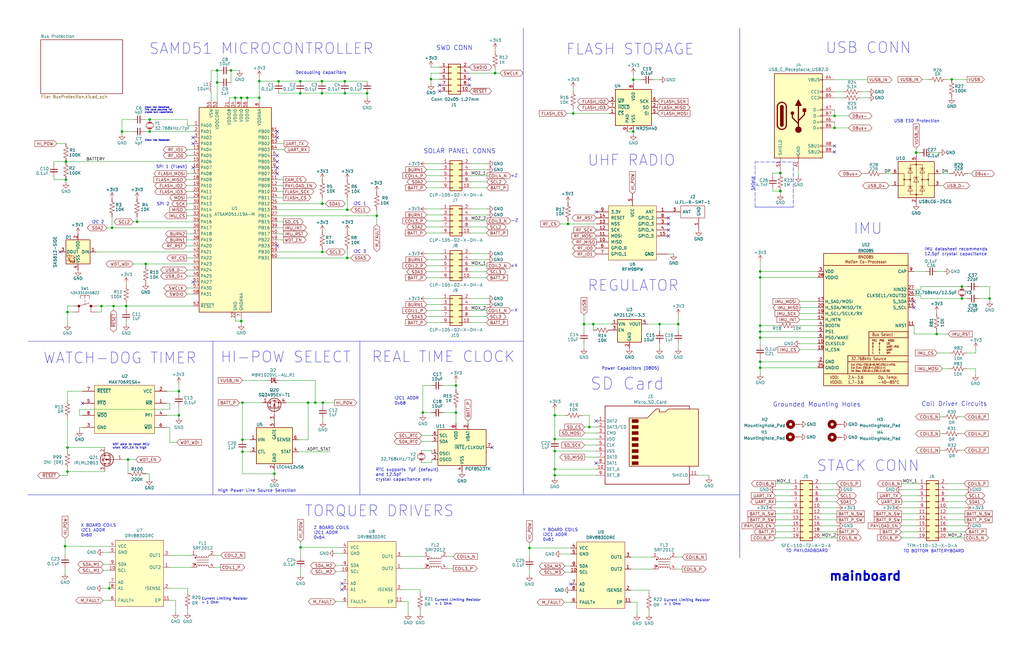
<source format=kicad_sch>
(kicad_sch (version 20230121) (generator eeschema)
  (paper "B")
  (title_block (title "PyCubed Mini") (date "2023-04-25") (rev "B3/02") (company "RExLab Carnegie Mellon University") (comment 1 "Z.Manchester") (comment 2 "N.Khera") (comment 3 "M.Holliday"))
  (junction (at 102.235 190.627))
  (junction (at 146.431 108.839))
  (junction (at 46.101 248.285))
  (junction (at 115.697 199.898))
  (junction (at 126.619 39.37))
  (junction (at 267.081 33.655))
  (junction (at 386.334 64.389) (diameter 1.016))
  (junction (at 223.266 231.267))
  (junction (at 394.97 140.97))
  (junction (at 320.548 139.954))
  (junction (at 28.448 199.009))
  (junction (at 99.187 41.275))
  (junction (at 132.969 169.926))
  (junction (at 181.737 33.401))
  (junction (at 278.13 136.779))
  (junction (at 126.619 34.29))
  (junction (at 320.548 117.094))
  (junction (at 329.057 80.645) (diameter 1.016))
  (junction (at 145.415 34.29))
  (junction (at 320.548 142.494))
  (junction (at 351.917 48.895))
  (junction (at 250.19 136.779))
  (junction (at 241.681 47.879))
  (junction (at 208.788 30.861))
  (junction (at 154.813 39.37))
  (junction (at 102.235 169.926))
  (junction (at 27.432 230.505))
  (junction (at 267.081 55.499))
  (junction (at 51.435 55.499))
  (junction (at 28.448 188.849))
  (junction (at 135.763 34.29))
  (junction (at 57.785 93.599))
  (junction (at 75.438 165.1))
  (junction (at 239.522 94.488))
  (junction (at 109.347 34.29))
  (junction (at 63.119 50.419))
  (junction (at 146.431 88.519))
  (junction (at 320.548 152.654))
  (junction (at 42.799 129.159))
  (junction (at 102.235 185.547))
  (junction (at 28.448 131.699))
  (junction (at 135.763 39.37))
  (junction (at 405.638 120.904))
  (junction (at 320.548 137.414))
  (junction (at 192.278 162.687))
  (junction (at 405.638 125.984))
  (junction (at 401.32 33.528))
  (junction (at 329.057 73.025) (diameter 1.016))
  (junction (at 109.347 41.275))
  (junction (at 101.727 135.509))
  (junction (at 61.468 111.379))
  (junction (at 248.539 180.213))
  (junction (at 75.438 175.26))
  (junction (at 104.267 41.275))
  (junction (at 27.813 75.819))
  (junction (at 192.278 174.117))
  (junction (at 286.004 136.779))
  (junction (at 320.548 155.194))
  (junction (at 63.119 55.499))
  (junction (at 53.213 129.159))
  (junction (at 53.975 193.929))
  (junction (at 117.475 34.29))
  (junction (at 101.727 41.275))
  (junction (at 233.934 197.993))
  (junction (at 178.308 174.117))
  (junction (at 91.567 29.718))
  (junction (at 233.934 190.373))
  (junction (at 135.89 106.299))
  (junction (at 158.877 91.059))
  (junction (at 126.746 231.013))
  (junction (at 136.144 169.926))
  (junction (at 145.415 39.37))
  (junction (at 351.917 53.975))
  (junction (at 47.244 96.139))
  (junction (at 91.567 34.798))
  (junction (at 47.879 129.159))
  (junction (at 417.322 125.984))
  (junction (at 233.934 185.293))
  (junction (at 135.89 85.979))
  (junction (at 129.921 169.926))
  (junction (at 320.548 114.554))
  (junction (at 233.934 200.533))
  (junction (at 97.409 29.718))
  (junction (at 233.934 175.26))
  (junction (at 246.253 136.779))
  (junction (at 27.813 68.199))
  (no_connect (at 281.94 97.028))
  (no_connect (at 144.145 246.253))
  (no_connect (at 251.46 89.408))
  (no_connect (at 116.967 70.739))
  (no_connect (at 116.967 68.199))
  (no_connect (at 116.967 65.659))
  (no_connect (at 116.967 73.279))
  (no_connect (at 197.993 35.941))
  (no_connect (at 81.407 58.039))
  (no_connect (at 81.407 70.739))
  (no_connect (at 81.407 60.579))
  (no_connect (at 251.333 177.673))
  (no_connect (at 281.94 99.568))
  (no_connect (at 385.445 129.794))
  (no_connect (at 116.967 55.499))
  (no_connect (at 185.293 35.941))
  (no_connect (at 185.293 38.481))
  (no_connect (at 116.967 58.039))
  (no_connect (at 281.94 94.488))
  (no_connect (at 351.917 61.595))
  (no_connect (at 351.917 64.135))
  (no_connect (at 197.993 33.401))
  (no_connect (at 385.445 127.254))
  (no_connect (at 25.273 106.299))
  (no_connect (at 116.967 103.759))
  (no_connect (at 81.407 118.999))
  (no_connect (at 144.145 248.793))
  (no_connect (at 207.518 188.849))
  (no_connect (at 281.94 91.948))
  (no_connect (at 240.665 246.507))
  (no_connect (at 34.798 170.18))
  (no_connect (at 251.333 195.453))
  (wire (pts (xy 99.187 41.275) (xy 99.187 42.799)))
  (wire (pts (xy 44.196 188.849) (xy 28.448 188.849)))
  (wire (pts (xy 407.67 120.904) (xy 405.638 120.904)))
  (wire (pts (xy 208.788 30.861) (xy 210.82 30.861)))
  (wire (pts (xy 400.431 73.279) (xy 396.494 73.279)))
  (wire (pts (xy 169.545 248.793) (xy 177.165 248.793)))
  (wire (pts (xy 27.432 230.505) (xy 46.101 230.505)))
  (wire (pts (xy 198.628 117.221) (xy 205.105 117.221)))
  (wire (pts (xy 71.501 253.365) (xy 74.041 253.365)))
  (wire (pts (xy 266.065 240.157) (xy 274.955 240.157)))
  (wire (pts (xy 27.432 239.395) (xy 27.432 241.935)))
  (wire (pts (xy 246.507 180.213) (xy 248.539 180.213)))
  (wire (pts (xy 320.548 110.236) (xy 320.548 114.554)))
  (wire (pts (xy 240.665 238.887) (xy 238.125 238.887)))
  (wire (pts (xy 320.548 137.414) (xy 320.548 139.954)))
  (wire (pts (xy 109.347 32.512) (xy 109.347 34.29)))
  (wire (pts (xy 46.101 238.125) (xy 43.561 238.125)))
  (wire (pts (xy 250.19 139.319) (xy 250.19 136.779)))
  (polyline (pts (xy 311.912 208.788) (xy 11.938 208.788)))
  (wire (pts (xy 198.628 98.298) (xy 205.105 98.298)))
  (wire (pts (xy 71.628 186.69) (xy 71.628 180.34)))
  (wire (pts (xy 179.959 136.144) (xy 185.928 136.144)))
  (wire (pts (xy 344.805 152.654) (xy 320.548 152.654)))
  (wire (pts (xy 53.213 129.159) (xy 53.213 130.81)))
  (wire (pts (xy 326.898 216.789) (xy 333.629 216.789)))
  (wire (pts (xy 411.48 147.193) (xy 411.48 148.971)))
  (wire (pts (xy 27.432 230.505) (xy 27.432 234.315)))
  (wire (pts (xy 181.737 33.401) (xy 181.737 35.306)))
  (wire (pts (xy 386.842 209.169) (xy 380.238 209.169)))
  (wire (pts (xy 102.235 160.528) (xy 112.649 160.528)))
  (wire (pts (xy 27.813 68.199) (xy 22.733 68.199)))
  (wire (pts (xy 115.697 199.898) (xy 102.235 199.898)))
  (wire (pts (xy 329.057 73.025) (xy 325.882 73.025)))
  (wire (pts (xy 70.358 175.26) (xy 75.438 175.26)))
  (wire (pts (xy 179.959 76.708) (xy 185.928 76.708)))
  (wire (pts (xy 44.196 199.009) (xy 28.448 199.009)))
  (wire (pts (xy 179.832 98.298) (xy 185.928 98.298)))
  (wire (pts (xy 96.647 42.799) (xy 96.647 41.275)))
  (wire (pts (xy 178.308 174.117) (xy 181.864 174.117)))
  (wire (pts (xy 78.613 85.979) (xy 81.407 85.979)))
  (wire (pts (xy 406.908 214.249) (xy 399.542 214.249)))
  (wire (pts (xy 396.24 175.895) (xy 397.51 175.895)))
  (wire (pts (xy 126.619 39.37) (xy 117.475 39.37)))
  (wire (pts (xy 119.507 83.439) (xy 116.967 83.439)))
  (wire (pts (xy 223.266 240.157) (xy 223.266 242.697)))
  (wire (pts (xy 179.959 109.601) (xy 185.928 109.601)))
  (wire (pts (xy 53.975 193.929) (xy 53.975 199.898)))
  (wire (pts (xy 380.111 224.409) (xy 386.842 224.409)))
  (wire (pts (xy 192.278 171.958) (xy 192.278 174.117)))
  (wire (pts (xy 205.359 93.218) (xy 198.628 93.218)))
  (wire (pts (xy 320.548 142.494) (xy 344.805 142.494)))
  (wire (pts (xy 144.145 241.173) (xy 141.605 241.173)))
  (wire (pts (xy 267.081 56.515) (xy 267.081 55.499)))
  (wire (pts (xy 186.944 162.687) (xy 192.278 162.687)))
  (wire (pts (xy 185.293 30.861) (xy 181.737 30.861)))
  (wire (pts (xy 57.785 93.599) (xy 81.407 93.599)))
  (wire (pts (xy 119.507 93.599) (xy 116.967 93.599)))
  (wire (pts (xy 135.89 106.299) (xy 137.414 106.299)))
  (wire (pts (xy 22.733 68.199) (xy 22.733 69.469)))
  (polyline (pts (xy 334.518 68.326) (xy 334.518 87.376)) (stroke (width 0) (type dash)))
  (wire (pts (xy 246.507 182.753) (xy 251.333 182.753)))
  (wire (pts (xy 407.67 125.984) (xy 405.638 125.984)))
  (wire (pts (xy 34.798 165.1) (xy 28.448 165.1)))
  (wire (pts (xy 278.13 146.939) (xy 278.13 144.78)))
  (wire (pts (xy 273.685 249.047) (xy 273.685 250.317)))
  (wire (pts (xy 177.8 186.309) (xy 182.118 186.309)))
  (wire (pts (xy 61.468 111.379) (xy 81.407 111.379)))
  (wire (pts (xy 78.613 103.759) (xy 81.407 103.759)))
  (wire (pts (xy 78.867 63.119) (xy 81.407 63.119)))
  (wire (pts (xy 205.359 90.678) (xy 198.628 90.678)))
  (wire (pts (xy 78.613 101.219) (xy 81.407 101.219)))
  (wire (pts (xy 351.917 48.895) (xy 357.886 48.895)))
  (wire (pts (xy 28.448 199.009) (xy 28.448 197.739)))
  (wire (pts (xy 179.959 79.248) (xy 185.928 79.248)))
  (wire (pts (xy 325.882 73.025) (xy 325.882 74.295)))
  (wire (pts (xy 104.267 41.275) (xy 109.347 41.275)))
  (wire (pts (xy 388.366 124.714) (xy 385.445 124.714)))
  (wire (pts (xy 115.697 201.295) (xy 115.697 199.898)))
  (polyline (pts (xy 220.726 11.938) (xy 220.726 208.788)))
  (polyline (pts (xy 89.789 143.891) (xy 89.789 208.788)))
  (wire (pts (xy 198.628 125.984) (xy 205.359 125.984)))
  (wire (pts (xy 264.541 55.499) (xy 267.081 55.499)))
  (wire (pts (xy 407.797 155.575) (xy 411.353 155.575)))
  (wire (pts (xy 179.832 114.681) (xy 185.928 114.681)))
  (wire (pts (xy 179.959 128.524) (xy 185.928 128.524)))
  (wire (pts (xy 101.727 41.275) (xy 101.727 42.799)))
  (wire (pts (xy 380.111 214.249) (xy 386.842 214.249)))
  (wire (pts (xy 28.448 131.699) (xy 28.448 136.779)))
  (wire (pts (xy 320.548 139.954) (xy 344.805 139.954)))
  (wire (pts (xy 278.13 136.779) (xy 273.05 136.779)))
  (wire (pts (xy 353.06 226.949) (xy 346.329 226.949)))
  (polyline (pts (xy 11.938 144.018) (xy 220.726 144.018)))
  (wire (pts (xy 146.431 108.839) (xy 147.955 108.839)))
  (wire (pts (xy 135.89 105.283) (xy 135.89 106.299)))
  (wire (pts (xy 129.921 185.547) (xy 125.857 185.547)))
  (wire (pts (xy 136.144 171.323) (xy 136.144 169.926)))
  (wire (pts (xy 46.101 245.745) (xy 46.101 248.285)))
  (wire (pts (xy 126.746 228.6) (xy 126.746 231.013)))
  (wire (pts (xy 337.312 132.334) (xy 344.805 132.334)))
  (wire (pts (xy 135.89 83.439) (xy 135.89 85.979)))
  (wire (pts (xy 352.806 211.709) (xy 346.329 211.709)))
  (wire (pts (xy 178.308 162.687) (xy 181.864 162.687)))
  (wire (pts (xy 395.224 148.971) (xy 400.304 148.971)))
  (wire (pts (xy 374.904 78.359) (xy 376.174 78.359)))
  (wire (pts (xy 146.431 105.156) (xy 146.431 108.839)))
  (wire (pts (xy 325.882 80.645) (xy 329.057 80.645)))
  (wire (pts (xy 81.407 113.919) (xy 78.867 113.919)))
  (polyline (pts (xy 11.938 208.788) (xy 11.938 208.534)))
  (wire (pts (xy 179.832 133.604) (xy 185.928 133.604)))
  (wire (pts (xy 399.542 221.869) (xy 407.035 221.869)))
  (wire (pts (xy 320.548 142.494) (xy 320.548 145.796)))
  (wire (pts (xy 355.473 38.735) (xy 351.917 38.735)))
  (wire (pts (xy 99.187 41.275) (xy 101.727 41.275)))
  (wire (pts (xy 233.934 175.26) (xy 233.934 185.293)))
  (wire (pts (xy 285.115 235.077) (xy 287.655 235.077)))
  (wire (pts (xy 246.507 192.913) (xy 251.333 192.913)))
  (wire (pts (xy 352.806 209.169) (xy 346.329 209.169)))
  (wire (pts (xy 399.542 206.629) (xy 407.035 206.629)))
  (wire (pts (xy 399.542 204.089) (xy 406.527 204.089)))
  (wire (pts (xy 61.468 111.379) (xy 61.468 112.141)))
  (wire (pts (xy 179.959 71.628) (xy 185.928 71.628)))
  (wire (pts (xy 417.322 127) (xy 417.322 125.984)))
  (wire (pts (xy 61.087 55.499) (xy 63.119 55.499)))
  (wire (pts (xy 104.267 41.275) (xy 104.267 42.799)))
  (wire (pts (xy 89.027 39.116) (xy 89.027 42.799)))
  (wire (pts (xy 396.24 183.007) (xy 397.51 183.007)))
  (wire (pts (xy 233.934 190.373) (xy 251.333 190.373)))
  (wire (pts (xy 119.507 80.899) (xy 116.967 80.899)))
  (wire (pts (xy 407.035 209.169) (xy 399.542 209.169)))
  (wire (pts (xy 27.432 227.203) (xy 27.432 230.505)))
  (wire (pts (xy 145.415 39.37) (xy 154.813 39.37)))
  (wire (pts (xy 46.101 233.045) (xy 43.561 233.045)))
  (wire (pts (xy 91.567 34.798) (xy 91.567 42.799)))
  (wire (pts (xy 78.994 50.419) (xy 78.994 52.959)))
  (wire (pts (xy 396.24 189.992) (xy 397.637 189.992)))
  (wire (pts (xy 329.057 71.755) (xy 329.057 73.025)))
  (wire (pts (xy 328.168 137.414) (xy 320.548 137.414)))
  (wire (pts (xy 233.934 172.974) (xy 233.934 175.26)))
  (wire (pts (xy 320.548 139.954) (xy 320.548 142.494)))
  (wire (pts (xy 407.924 148.971) (xy 411.48 148.971)))
  (wire (pts (xy 205.359 109.601) (xy 198.628 109.601)))
  (wire (pts (xy 267.081 33.655) (xy 270.383 33.655)))
  (wire (pts (xy 286.004 146.939) (xy 286.004 144.78)))
  (wire (pts (xy 116.967 88.519) (xy 146.431 88.519)))
  (wire (pts (xy 53.213 135.89) (xy 53.213 136.779)))
  (wire (pts (xy 355.473 41.275) (xy 351.917 41.275)))
  (wire (pts (xy 337.312 134.874) (xy 344.805 134.874)))
  (wire (pts (xy 117.475 34.29) (xy 126.619 34.29)))
  (wire (pts (xy 388.366 125.984) (xy 388.366 124.714)))
  (wire (pts (xy 205.359 74.168) (xy 198.628 74.168)))
  (wire (pts (xy 198.628 133.604) (xy 205.105 133.604)))
  (wire (pts (xy 185.293 28.321) (xy 181.737 28.321)))
  (wire (pts (xy 177.673 190.119) (xy 182.118 190.119)))
  (wire (pts (xy 63.119 50.419) (xy 78.994 50.419)))
  (wire (pts (xy 53.975 193.929) (xy 57.277 193.929)))
  (wire (pts (xy 172.085 253.873) (xy 172.085 258.953)))
  (wire (pts (xy 125.857 190.627) (xy 139.446 190.627)))
  (wire (pts (xy 396.494 78.359) (xy 397.764 78.359)))
  (wire (pts (xy 62.992 199.898) (xy 62.992 202.057)))
  (wire (pts (xy 233.934 190.373) (xy 233.934 197.993)))
  (wire (pts (xy 266.065 254.127) (xy 268.605 254.127)))
  (wire (pts (xy 223.266 229.108) (xy 223.266 231.267)))
  (wire (pts (xy 388.366 120.904) (xy 405.638 120.904)))
  (wire (pts (xy 61.087 50.419) (xy 63.119 50.419)))
  (wire (pts (xy 388.366 120.904) (xy 388.366 122.174)))
  (wire (pts (xy 132.969 169.926) (xy 136.144 169.926)))
  (wire (pts (xy 146.431 83.439) (xy 146.431 88.519)))
  (wire (pts (xy 285.115 240.157) (xy 287.655 240.157)))
  (wire (pts (xy 198.628 79.248) (xy 205.232 79.248)))
  (wire (pts (xy 284.099 107.188) (xy 281.94 107.188)))
  (wire (pts (xy 335.788 137.414) (xy 344.805 137.414)))
  (wire (pts (xy 337.439 145.034) (xy 344.805 145.034)))
  (wire (pts (xy 179.959 93.218) (xy 185.928 93.218)))
  (wire (pts (xy 205.232 76.708) (xy 198.628 76.708)))
  (wire (pts (xy 237.998 254.127) (xy 240.665 254.127)))
  (wire (pts (xy 351.917 53.975) (xy 357.886 53.975)))
  (wire (pts (xy 177.673 195.199) (xy 182.118 195.199)))
  (wire (pts (xy 75.438 176.276) (xy 75.438 175.26)))
  (wire (pts (xy 40.894 129.159) (xy 42.799 129.159)))
  (wire (pts (xy 387.604 64.389) (xy 386.334 64.389)))
  (wire (pts (xy 405.257 189.992) (xy 406.654 189.992)))
  (wire (pts (xy 233.934 175.26) (xy 238.125 175.26)))
  (wire (pts (xy 126.746 231.013) (xy 144.145 231.013)))
  (wire (pts (xy 78.867 121.539) (xy 81.407 121.539)))
  (wire (pts (xy 97.409 34.798) (xy 97.409 29.718)))
  (wire (pts (xy 197.358 177.673) (xy 197.358 178.689)))
  (wire (pts (xy 179.959 117.221) (xy 185.928 117.221)))
  (wire (pts (xy 223.266 231.267) (xy 223.266 235.077)))
  (wire (pts (xy 46.101 240.665) (xy 43.561 240.665)))
  (wire (pts (xy 129.921 169.926) (xy 129.921 185.547)))
  (wire (pts (xy 99.187 135.509) (xy 101.727 135.509)))
  (wire (pts (xy 71.501 239.395) (xy 80.391 239.395)))
  (wire (pts (xy 268.605 254.127) (xy 268.605 259.207)))
  (wire (pts (xy 141.478 253.873) (xy 144.145 253.873)))
  (polyline (pts (xy 311.912 11.938) (xy 311.912 235.458)))
  (wire (pts (xy 248.539 175.26) (xy 245.745 175.26)))
  (wire (pts (xy 320.548 117.094) (xy 344.805 117.094)))
  (wire (pts (xy 267.081 33.655) (xy 267.081 35.179)))
  (wire (pts (xy 327.152 206.629) (xy 333.629 206.629)))
  (wire (pts (xy 101.727 41.275) (xy 104.267 41.275)))
  (wire (pts (xy 179.959 88.138) (xy 185.928 88.138)))
  (wire (pts (xy 188.595 239.903) (xy 191.135 239.903)))
  (wire (pts (xy 385.445 140.97) (xy 385.445 137.414)))
  (wire (pts (xy 409.575 73.279) (xy 408.051 73.279)))
  (wire (pts (xy 116.967 63.119) (xy 119.761 63.119)))
  (wire (pts (xy 146.431 88.519) (xy 147.955 88.519)))
  (wire (pts (xy 100.965 169.926) (xy 102.235 169.926)))
  (wire (pts (xy 115.697 198.247) (xy 115.697 199.898)))
  (wire (pts (xy 320.548 150.876) (xy 320.548 152.654)))
  (wire (pts (xy 101.727 135.509) (xy 101.727 136.652)))
  (polyline (pts (xy 318.389 68.326) (xy 334.518 68.326)) (stroke (width 0) (type dash)))
  (wire (pts (xy 386.842 211.709) (xy 380.238 211.709)))
  (wire (pts (xy 388.366 122.174) (xy 385.445 122.174)))
  (wire (pts (xy 278.003 33.655) (xy 275.463 33.655)))
  (wire (pts (xy 273.685 257.937) (xy 273.685 259.207)))
  (wire (pts (xy 246.253 146.939) (xy 246.253 144.78)))
  (wire (pts (xy 385.445 114.554) (xy 390.144 114.554)))
  (wire (pts (xy 179.959 131.064) (xy 185.928 131.064)))
  (wire (pts (xy 333.629 226.949) (xy 326.898 226.949)))
  (wire (pts (xy 411.353 158.115) (xy 411.353 155.575)))
  (wire (pts (xy 192.278 162.687) (xy 192.278 164.338)))
  (wire (pts (xy 380.111 204.089) (xy 386.842 204.089)))
  (wire (pts (xy 78.613 88.519) (xy 81.407 88.519)))
  (wire (pts (xy 92.329 29.718) (xy 91.567 29.718)))
  (wire (pts (xy 250.19 136.779) (xy 257.81 136.779)))
  (wire (pts (xy 179.959 74.168) (xy 185.928 74.168)))
  (wire (pts (xy 40.513 106.299) (xy 81.407 106.299)))
  (wire (pts (xy 79.121 248.285) (xy 79.121 249.555)))
  (wire (pts (xy 92.329 34.798) (xy 91.567 34.798)))
  (wire (pts (xy 78.613 73.279) (xy 81.407 73.279)))
  (wire (pts (xy 22.733 74.549) (xy 22.733 75.819)))
  (wire (pts (xy 197.993 30.861) (xy 208.788 30.861)))
  (wire (pts (xy 116.967 101.219) (xy 119.507 101.219)))
  (wire (pts (xy 74.041 253.365) (xy 74.041 258.445)))
  (wire (pts (xy 177.8 183.769) (xy 182.118 183.769)))
  (wire (pts (xy 120.777 169.926) (xy 129.921 169.926)))
  (wire (pts (xy 233.934 200.533) (xy 251.333 200.533)))
  (wire (pts (xy 33.528 175.26) (xy 33.528 172.72)))
  (wire (pts (xy 116.967 85.979) (xy 135.89 85.979)))
  (wire (pts (xy 158.877 88.646) (xy 158.877 91.059)))
  (wire (pts (xy 182.118 190.119) (xy 182.118 191.389)))
  (wire (pts (xy 346.329 204.089) (xy 352.679 204.089)))
  (wire (pts (xy 320.548 157.734) (xy 320.548 155.194)))
  (wire (pts (xy 116.967 108.839) (xy 146.431 108.839)))
  (wire (pts (xy 188.595 234.823) (xy 191.135 234.823)))
  (wire (pts (xy 185.293 33.401) (xy 181.737 33.401)))
  (wire (pts (xy 406.908 216.789) (xy 399.542 216.789)))
  (wire (pts (xy 79.121 257.175) (xy 79.121 258.445)))
  (wire (pts (xy 406.654 226.949) (xy 399.542 226.949)))
  (wire (pts (xy 33.528 175.26) (xy 34.798 175.26)))
  (wire (pts (xy 326.898 221.869) (xy 333.629 221.869)))
  (wire (pts (xy 47.879 129.159) (xy 47.879 130.81)))
  (wire (pts (xy 33.528 180.34) (xy 34.798 180.34)))
  (wire (pts (xy 333.629 209.169) (xy 327.025 209.169)))
  (wire (pts (xy 386.334 65.659) (xy 386.334 64.389)))
  (wire (pts (xy 240.665 233.807) (xy 236.855 233.807)))
  (wire (pts (xy 325.882 79.375) (xy 325.882 80.645)))
  (wire (pts (xy 246.253 132.842) (xy 246.253 136.779)))
  (wire (pts (xy 63.119 55.499) (xy 81.407 55.499)))
  (wire (pts (xy 352.806 214.249) (xy 346.329 214.249)))
  (wire (pts (xy 364.617 73.279) (xy 363.347 73.279)))
  (wire (pts (xy 43.434 248.285) (xy 46.101 248.285)))
  (wire (pts (xy 102.235 190.627) (xy 105.537 190.627)))
  (wire (pts (xy 102.235 185.547) (xy 105.537 185.547)))
  (wire (pts (xy 198.628 88.138) (xy 205.359 88.138)))
  (wire (pts (xy 135.89 85.979) (xy 137.287 85.979)))
  (wire (pts (xy 344.805 155.194) (xy 320.548 155.194)))
  (wire (pts (xy 333.629 211.709) (xy 327.025 211.709)))
  (wire (pts (xy 352.933 216.789) (xy 346.329 216.789)))
  (wire (pts (xy 251.46 94.488) (xy 239.522 94.488)))
  (wire (pts (xy 344.805 129.794) (xy 337.312 129.794)))
  (wire (pts (xy 145.415 34.29) (xy 154.813 34.29)))
  (wire (pts (xy 24.003 60.579) (xy 27.813 60.579)))
  (wire (pts (xy 248.539 180.213) (xy 251.333 180.213)))
  (wire (pts (xy 126.746 231.013) (xy 126.746 234.823)))
  (wire (pts (xy 81.407 116.459) (xy 78.867 116.459)))
  (polyline (pts (xy 318.389 87.376) (xy 318.389 68.326)) (stroke (width 0) (type dash)))
  (wire (pts (xy 28.448 165.1) (xy 28.448 168.91)))
  (wire (pts (xy 78.613 78.359) (xy 81.407 78.359)))
  (wire (pts (xy 401.32 33.528) (xy 407.797 33.528)))
  (wire (pts (xy 144.145 233.553) (xy 141.605 233.553)))
  (wire (pts (xy 405.13 183.007) (xy 406.654 183.007)))
  (wire (pts (xy 337.312 147.574) (xy 344.805 147.574)))
  (wire (pts (xy 395.224 114.554) (xy 398.018 114.554)))
  (wire (pts (xy 179.959 107.061) (xy 185.928 107.061)))
  (wire (pts (xy 169.545 253.873) (xy 172.085 253.873)))
  (wire (pts (xy 71.628 186.69) (xy 74.549 186.69)))
  (wire (pts (xy 205.359 112.141) (xy 198.628 112.141)))
  (wire (pts (xy 320.548 114.554) (xy 344.805 114.554)))
  (wire (pts (xy 89.027 29.718) (xy 91.567 29.718)))
  (wire (pts (xy 198.628 95.758) (xy 205.105 95.758)))
  (wire (pts (xy 61.468 119.761) (xy 61.468 119.507)))
  (wire (pts (xy 57.785 91.44) (xy 57.785 93.599)))
  (wire (pts (xy 351.917 46.355) (xy 351.917 48.895)))
  (wire (pts (xy 246.507 187.833) (xy 251.333 187.833)))
  (wire (pts (xy 53.213 129.159) (xy 81.407 129.159)))
  (wire (pts (xy 47.244 91.44) (xy 47.244 96.139)))
  (wire (pts (xy 177.165 248.793) (xy 177.165 250.063)))
  (wire (pts (xy 286.004 139.7) (xy 286.004 136.779)))
  (polyline (pts (xy 151.765 144.018) (xy 151.765 208.915)))
  (wire (pts (xy 61.595 199.898) (xy 62.992 199.898)))
  (wire (pts (xy 51.816 193.929) (xy 53.975 193.929)))
  (wire (pts (xy 53.213 128.016) (xy 53.213 129.159)))
  (wire (pts (xy 386.334 62.484) (xy 386.334 64.389)))
  (wire (pts (xy 71.628 180.34) (xy 70.358 180.34)))
  (wire (pts (xy 132.969 160.528) (xy 132.969 169.926)))
  (wire (pts (xy 115.697 177.546) (xy 115.697 177.927)))
  (wire (pts (xy 392.684 64.389) (xy 395.986 64.389)))
  (wire (pts (xy 233.934 197.993) (xy 251.333 197.993)))
  (wire (pts (xy 351.917 33.655) (xy 365.887 33.655)))
  (wire (pts (xy 326.898 224.409) (xy 333.629 224.409)))
  (wire (pts (xy 116.967 78.359) (xy 119.507 78.359)))
  (wire (pts (xy 75.438 161.798) (xy 75.438 165.1)))
  (wire (pts (xy 91.567 29.718) (xy 91.567 34.798)))
  (wire (pts (xy 47.879 129.159) (xy 53.213 129.159)))
  (wire (pts (xy 28.448 129.159) (xy 30.734 129.159)))
  (wire (pts (xy 178.308 174.879) (xy 178.308 174.117)))
  (wire (pts (xy 406.908 219.329) (xy 399.542 219.329)))
  (wire (pts (xy 28.448 176.53) (xy 28.448 188.849)))
  (wire (pts (xy 42.799 129.159) (xy 47.879 129.159)))
  (wire (pts (xy 366.014 38.735) (xy 363.093 38.735)))
  (wire (pts (xy 56.134 111.379) (xy 61.468 111.379)))
  (wire (pts (xy 337.312 127.254) (xy 344.805 127.254)))
  (wire (pts (xy 43.434 253.365) (xy 46.101 253.365)))
  (wire (pts (xy 178.308 162.687) (xy 178.308 174.117)))
  (wire (pts (xy 205.359 128.524) (xy 198.628 128.524)))
  (wire (pts (xy 388.874 33.528) (xy 391.541 33.528)))
  (wire (pts (xy 397.383 155.575) (xy 400.177 155.575)))
  (wire (pts (xy 119.507 96.139) (xy 116.967 96.139)))
  (wire (pts (xy 329.057 80.645) (xy 329.057 81.915)))
  (wire (pts (xy 407.035 211.709) (xy 399.542 211.709)))
  (wire (pts (xy 298.958 201.295) (xy 298.958 200.533)))
  (wire (pts (xy 102.235 199.898) (xy 102.235 190.627)))
  (wire (pts (xy 208.788 29.337) (xy 208.788 30.861)))
  (wire (pts (xy 351.917 51.435) (xy 351.917 53.975)))
  (wire (pts (xy 126.746 239.903) (xy 126.746 242.443)))
  (wire (pts (xy 240.665 241.427) (xy 238.125 241.427)))
  (wire (pts (xy 406.908 224.409) (xy 399.542 224.409)))
  (wire (pts (xy 241.681 38.354) (xy 241.681 37.211)))
  (wire (pts (xy 28.448 200.66) (xy 28.448 199.009)))
  (wire (pts (xy 267.081 31.369) (xy 267.081 33.655)))
  (wire (pts (xy 169.545 234.823) (xy 178.435 234.823)))
  (wire (pts (xy 326.898 214.249) (xy 333.629 214.249)))
  (wire (pts (xy 239.014 47.879) (xy 241.681 47.879)))
  (wire (pts (xy 298.958 200.533) (xy 294.513 200.533)))
  (wire (pts (xy 266.065 235.077) (xy 274.955 235.077)))
  (wire (pts (xy 401.32 33.528) (xy 399.161 33.528)))
  (wire (pts (xy 320.548 114.554) (xy 320.548 117.094)))
  (wire (pts (xy 47.244 96.139) (xy 81.407 96.139)))
  (wire (pts (xy 192.278 161.036) (xy 192.278 162.687)))
  (wire (pts (xy 353.06 224.409) (xy 346.329 224.409)))
  (wire (pts (xy 241.681 45.974) (xy 241.681 47.879)))
  (wire (pts (xy 28.448 188.849) (xy 28.448 190.119)))
  (wire (pts (xy 158.877 91.059) (xy 116.967 91.059)))
  (wire (pts (xy 109.347 34.29) (xy 117.475 34.29)))
  (polyline (pts (xy 318.389 87.376) (xy 334.518 87.376)))
  (wire (pts (xy 33.528 172.72) (xy 71.628 172.72)))
  (wire (pts (xy 102.235 169.926) (xy 110.617 169.926)))
  (wire (pts (xy 198.628 69.088) (xy 205.359 69.088)))
  (wire (pts (xy 346.329 206.629) (xy 352.679 206.629)))
  (wire (pts (xy 250.19 136.779) (xy 246.253 136.779)))
  (wire (pts (xy 75.438 171.45) (xy 75.438 175.26)))
  (wire (pts (xy 286.004 136.779) (xy 278.13 136.779)))
  (wire (pts (xy 205.359 71.628) (xy 198.628 71.628)))
  (wire (pts (xy 53.213 119.634) (xy 53.213 120.396)))
  (wire (pts (xy 417.322 125.984) (xy 412.75 125.984)))
  (wire (pts (xy 248.539 175.26) (xy 248.539 180.213)))
  (wire (pts (xy 327.025 204.089) (xy 333.629 204.089)))
  (wire (pts (xy 233.934 197.993) (xy 233.934 200.533)))
  (wire (pts (xy 75.438 165.1) (xy 75.438 166.37)))
  (wire (pts (xy 102.235 169.926) (xy 102.235 185.547)))
  (wire (pts (xy 186.944 174.117) (xy 192.278 174.117)))
  (wire (pts (xy 278.13 139.7) (xy 278.13 136.779)))
  (wire (pts (xy 182.118 193.929) (xy 182.118 195.199)))
  (wire (pts (xy 223.266 231.267) (xy 240.665 231.267)))
  (wire (pts (xy 71.501 234.315) (xy 80.391 234.315)))
  (wire (pts (xy 126.619 34.29) (xy 135.763 34.29)))
  (wire (pts (xy 51.435 56.515) (xy 51.435 55.499)))
  (wire (pts (xy 179.959 125.984) (xy 185.928 125.984)))
  (wire (pts (xy 241.681 47.879) (xy 256.921 47.879)))
  (wire (pts (xy 320.548 117.094) (xy 320.548 137.414)))
  (wire (pts (xy 406.654 175.895) (xy 405.13 175.895)))
  (wire (pts (xy 40.894 131.699) (xy 42.799 131.699)))
  (wire (pts (xy 97.409 29.718) (xy 101.092 29.718)))
  (wire (pts (xy 326.898 219.329) (xy 333.629 219.329)))
  (wire (pts (xy 78.613 75.819) (xy 81.407 75.819)))
  (wire (pts (xy 366.014 41.275) (xy 363.093 41.275)))
  (wire (pts (xy 352.933 219.329) (xy 346.329 219.329)))
  (wire (pts (xy 89.027 29.718) (xy 89.027 34.036)))
  (wire (pts (xy 380.111 216.789) (xy 386.842 216.789)))
  (wire (pts (xy 208.788 21.717) (xy 208.788 20.828)))
  (wire (pts (xy 380.111 219.329) (xy 386.842 219.329)))
  (wire (pts (xy 417.322 120.904) (xy 412.75 120.904)))
  (wire (pts (xy 144.145 238.633) (xy 141.605 238.633)))
  (wire (pts (xy 33.528 181.61) (xy 33.528 180.34)))
  (wire (pts (xy 233.934 185.293) (xy 251.333 185.293)))
  (wire (pts (xy 394.97 131.826) (xy 394.97 132.334)))
  (wire (pts (xy 78.867 65.659) (xy 81.407 65.659)))
  (wire (pts (xy 70.358 170.18) (xy 71.628 170.18)))
  (wire (pts (xy 51.435 55.499) (xy 51.435 50.419)))
  (wire (pts (xy 90.551 239.395) (xy 93.091 239.395)))
  (wire (pts (xy 380.111 221.869) (xy 386.842 221.869)))
  (wire (pts (xy 346.329 221.869) (xy 352.933 221.869)))
  (wire (pts (xy 386.842 226.949) (xy 380.111 226.949)))
  (wire (pts (xy 99.187 135.509) (xy 99.187 134.239)))
  (wire (pts (xy 45.085 96.139) (xy 47.244 96.139)))
  (wire (pts (xy 286.004 132.969) (xy 286.004 136.779)))
  (wire (pts (xy 116.967 60.579) (xy 119.761 60.579)))
  (wire (pts (xy 109.347 34.29) (xy 109.347 41.275)))
  (wire (pts (xy 198.628 136.144) (xy 205.105 136.144)))
  (wire (pts (xy 78.613 108.839) (xy 81.407 108.839)))
  (wire (pts (xy 51.435 55.499) (xy 56.007 55.499)))
  (wire (pts (xy 169.545 239.903) (xy 178.435 239.903)))
  (wire (pts (xy 198.628 107.061) (xy 205.359 107.061)))
  (wire (pts (xy 320.548 152.654) (xy 320.548 155.194)))
  (wire (pts (xy 90.551 234.315) (xy 93.091 234.315)))
  (wire (pts (xy 405.638 125.984) (xy 388.366 125.984)))
  (wire (pts (xy 51.435 50.419) (xy 56.007 50.419)))
  (wire (pts (xy 42.799 131.699) (xy 42.799 129.159)))
  (wire (pts (xy 78.613 80.899) (xy 81.407 80.899)))
  (wire (pts (xy 117.729 160.528) (xy 132.969 160.528)))
  (wire (pts (xy 192.278 174.117) (xy 192.278 178.689)))
  (wire (pts (xy 78.867 124.079) (xy 81.407 124.079)))
  (wire (pts (xy 27.813 76.835) (xy 27.813 75.819)))
  (wire (pts (xy 179.832 95.758) (xy 185.928 95.758)))
  (wire (pts (xy 136.144 177.8) (xy 136.144 176.403)))
  (wire (pts (xy 78.613 98.679) (xy 81.407 98.679)))
  (wire (pts (xy 27.813 68.199) (xy 81.407 68.199)))
  (wire (pts (xy 376.174 73.279) (xy 372.237 73.279)))
  (wire (pts (xy 154.813 41.402) (xy 154.813 39.37)))
  (wire (pts (xy 336.677 71.755) (xy 336.677 74.295)))
  (wire (pts (xy 25.146 200.66) (xy 28.448 200.66)))
  (wire (pts (xy 417.322 125.984) (xy 417.322 120.904)))
  (wire (pts (xy 22.733 75.819) (xy 27.813 75.819)))
  (wire (pts (xy 135.763 34.29) (xy 145.415 34.29)))
  (wire (pts (xy 198.628 114.681) (xy 205.105 114.681)))
  (wire (pts (xy 205.359 131.064) (xy 198.628 131.064)))
  (wire (pts (xy 28.448 131.699) (xy 30.734 131.699)))
  (wire (pts (xy 126.619 39.37) (xy 135.763 39.37)))
  (wire (pts (xy 129.921 169.926) (xy 132.969 169.926)))
  (wire (pts (xy 136.144 169.926) (xy 141.097 169.926)))
  (wire (pts (xy 158.877 94.742) (xy 158.877 91.059)))
  (wire (pts (xy 266.065 249.047) (xy 273.685 249.047)))
  (wire (pts (xy 119.507 75.819) (xy 116.967 75.819)))
  (wire (pts (xy 71.501 248.285) (xy 79.121 248.285)))
  (wire (pts (xy 96.647 41.275) (xy 99.187 41.275)))
  (wire (pts (xy 239.522 93.218) (xy 239.522 94.488)))
  (wire (pts (xy 179.959 69.088) (xy 185.928 69.088)))
  (wire (pts (xy 233.934 200.533) (xy 233.934 201.549)))
  (wire (pts (xy 181.737 30.861) (xy 181.737 33.401)))
  (wire (pts (xy 78.994 52.959) (xy 81.407 52.959)))
  (wire (pts (xy 116.967 98.679) (xy 119.507 98.679)))
  (wire (pts (xy 109.347 41.275) (xy 109.347 42.799)))
  (wire (pts (xy 56.261 93.599) (xy 57.785 93.599)))
  (wire (pts (xy 179.959 90.678) (xy 185.928 90.678)))
  (wire (pts (xy 246.253 139.7) (xy 246.253 136.779)))
  (wire (pts (xy 71.628 172.72) (xy 71.628 170.18)))
  (wire (pts (xy 78.613 91.059) (xy 81.407 91.059)))
  (wire (pts (xy 177.165 257.683) (xy 177.165 258.953)))
  (wire (pts (xy 135.763 39.37) (xy 145.415 39.37)))
  (wire (pts (xy 101.727 134.239) (xy 101.727 135.509)))
  (wire (pts (xy 399.796 140.97) (xy 394.97 140.97)))
  (wire (pts (xy 116.967 106.299) (xy 135.89 106.299)))
  (wire (pts (xy 380.238 206.629) (xy 386.842 206.629)))
  (wire (pts (xy 70.358 165.1) (xy 75.438 165.1)))
  (wire (pts (xy 394.97 139.954) (xy 394.97 140.97)))
  (wire (pts (xy 394.97 140.97) (xy 385.445 140.97)))
  (wire (pts (xy 28.448 129.159) (xy 28.448 131.699)))
  (wire (pts (xy 236.22 94.488) (xy 239.522 94.488)))
  (wire (pts (xy 78.613 83.439) (xy 81.407 83.439)))
  (wire (pts (xy 179.959 112.141) (xy 185.928 112.141)))
  (text "High Power Line Source Selection" (at 91.821 207.899 0) (effects (font (size 1.27 1.27)) (justify left bottom)))
  (text "X BOARD COILS\nI2C1 ADDR\n0x60" (at 34.036 226.695 0) (effects (font (size 1.27 1.27)) (justify left bottom)))
  (text "+X" (at 218.313 113.03 0) (effects (font (size 1.27 1.27)) (justify right bottom)))
  (text "WDT able to reset MCU\nwhen WDT_EN is high" (at 47.371 189.611 0) (effects (font (size 0.889 0.889)) (justify left bottom)))
  (text "Current Limiting Resistor\n< 1 Ohm" (at 279.908 255.651 0) (effects (font (size 1.016 1.016)) (justify left bottom)))
  (text "mainboard" (at 349.377 245.491 0) (effects (font (size 3.81 3.81) (thickness 0.7976) bold) (justify left bottom)))
  (text "0x68" (at 171.196 171.069 0) (effects (font (size 1.27 1.27)) (justify right bottom)))
  (text "SAMD51 MICROCONTROLLER" (at 62.738 23.368 0) (effects (font (size 4.572 4.572)) (justify left bottom)))
  (text "FLASH STORAGE" (at 238.633 23.622 0) (effects (font (size 4.572 4.572)) (justify left bottom)))
  (text "USB ESD Protection" (at 376.936 51.943 0) (effects (font (size 1.27 1.27)) (justify left bottom)))
  (text "REGULATOR" (at 247.65 123.317 0) (effects (font (size 4.572 4.572)) (justify left bottom)))
  (text "SOLAR PANEL CONNS" (at 178.562 65.024 0) (effects (font (size 1.905 1.905)) (justify left bottom)))
  (text "SPI 2" (at 71.501 86.995 0) (effects (font (size 1.27 1.27)) (justify right bottom)))
  (text "I2C 3" (at 148.971 107.061 0) (effects (font (size 1.27 1.27)) (justify left bottom)))
  (text "Check Xtal Datasheet" (at 61.087 59.69 0) (effects (font (size 0.635 0.635)) (justify left bottom)))
  (text "Current Limiting Resistor\n< 1 Ohm" (at 84.963 255.016 0) (effects (font (size 1.016 1.016)) (justify left bottom)))
  (text "IMU datasheet recommends \n12.5pF crystal capacitance" (at 389.763 108.077 0) (effects (font (size 1.27 1.27)) (justify left bottom)))
  (text "-Z" (at 218.567 93.98 0) (effects (font (size 1.27 1.27)) (justify right bottom)))
  (text "-X" (at 218.313 131.826 0) (effects (font (size 1.27 1.27)) (justify right bottom)))
  (text "TO BOTTOM BATTERYBOARD" (at 380.873 233.426 0) (effects (font (size 1.27 1.27)) (justify left bottom)))
  (text "TORQUER DRIVERS" (at 128.397 218.44 0) (effects (font (size 4.572 4.572)) (justify left bottom)))
  (text "WATCH-DOG TIMER" (at 18.161 153.924 0) (effects (font (size 4.572 4.572)) (justify left bottom)))
  (text "SWD CONN" (at 183.896 21.463 0) (effects (font (size 1.905 1.905)) (justify left bottom)))
  (text "Coil Driver Circuits" (at 388.493 171.704 0) (effects (font (size 1.905 1.905)) (justify left bottom)))
  (text "STACK CONN" (at 344.297 199.39 0) (effects (font (size 4.572 4.572)) (justify left bottom)))
  (text "Shield" (at 318.262 80.645 90) (effects (font (size 1.27 1.27)) (justify left bottom)))
  (text "+Z" (at 218.313 75.057 0) (effects (font (size 1.27 1.27)) (justify right bottom)))
  (text "Decoupling capacitors" (at 124.587 31.496 0) (effects (font (size 1.27 1.27)) (justify left bottom)))
  (text "I2C 2" (at 38.481 94.615 0) (effects (font (size 1.27 1.27)) (justify left bottom)))
  (text "Current Limiting Resistor\n< 1 Ohm" (at 183.261 255.524 0) (effects (font (size 1.016 1.016)) (justify left bottom)))
  (text "Z BOARD COILS\nI2C1 ADDR\n0x64" (at 132.207 227.711 0) (effects (font (size 1.27 1.27)) (justify left bottom)))
  (text "IMU" (at 359.791 99.314 0) (effects (font (size 4.572 4.572)) (justify left bottom)))
  (text "UHF RADIO\n" (at 247.65 70.485 0) (effects (font (size 4.572 4.572)) (justify left bottom)))
  (text "Check Xtal Datasheet\nThis value assumes 7pF \ncrystal bulk capacitance" (at 60.96 47.879 0) (effects (font (size 0.635 0.635)) (justify left bottom)))
  (text "I2C 1" (at 148.971 86.868 0) (effects (font (size 1.27 1.27)) (justify left bottom)))
  (text "Grounded Mounting Holes" (at 325.882 171.958 0) (effects (font (size 1.905 1.905)) (justify left bottom)))
  (text "USB CONN" (at 347.98 22.987 0) (effects (font (size 4.572 4.572)) (justify left bottom)))
  (text "SD Card" (at 248.793 165.1 0) (effects (font (size 5.08 5.08)) (justify left bottom)))
  (text "HI-POW SELECT\n" (at 92.837 153.543 0) (effects (font (size 4.572 4.572)) (justify left bottom)))
  (text "REAL TIME CLOCK" (at 156.591 153.416 0) (effects (font (size 4.572 4.572)) (justify left bottom)))
  (text "Y BOARD COILS\nI2C1 ADDR\n0x61" (at 228.854 228.6 0) (effects (font (size 1.27 1.27)) (justify left bottom)))
  (text "Power Capacitors (0805)" (at 253.619 156.337 0) (effects (font (size 1.27 1.27)) (justify left bottom)))
  (text "SPI 1 (Flash)" (at 78.994 71.247 0) (effects (font (size 1.27 1.27)) (justify right bottom)))
  (text "TO PAYLOADBOARD" (at 331.343 233.299 0) (effects (font (size 1.27 1.27)) (justify left bottom)))
  (text "I2C1 ADDR" (at 176.657 168.91 0) (effects (font (size 1.27 1.27)) (justify right bottom)))
  (text "RTC supports 7pF (default)\nand 12.5pF\ncrystal capacitance only" (at 158.369 203.2 0) (effects (font (size 1.27 1.27)) (justify left bottom)))
  (label "DN" (at 399.923 73.279 180))
  (label "BATTERY" (at 44.323 68.199 180))
  (label "MOZ_1" (at 198.628 74.168 0))
  (label "MOY_2" (at 405.892 226.949 180))
  (label "ADPT_STAT" (at 139.446 190.627 180))
  (label "MOY_1" (at 333.629 204.089 180))
  (label "MOX_2" (at 198.628 131.064 0))
  (label "MOY_1" (at 386.842 204.089 180))
  (label "MOX_1" (at 198.628 112.141 0))
  (label "DP" (at 375.666 73.279 180))
  (label "MOZ_2" (at 198.628 93.218 0))
  (label "MOY_2" (at 352.679 226.949 180))
  (global_label "IMU_CS" (shape input) (at 395.224 148.971 180) (property "Intersheetrefs" "${INTERSHEET_REFS}" (effects hide)))
  (global_label "BURN1" (shape input) (at 179.959 128.524 180) (property "Intersheetrefs" "${INTERSHEET_REFS}" (effects hide)))
  (global_label "COIL5_N" (shape output) (at 396.24 175.895 180) (property "Intersheetrefs" "${INTERSHEET_REFS}" (effects hide)))
  (global_label "SWDIO" (shape bidirectional) (at 197.993 28.321 0) (property "Intersheetrefs" "${INTERSHEET_REFS}" (effects hide)))
  (global_label "BURN1" (shape input) (at 179.959 109.601 180) (property "Intersheetrefs" "${INTERSHEET_REFS}" (effects hide)))
  (global_label "VUSB" (shape input) (at 246.253 132.842 90) (property "Intersheetrefs" "${INTERSHEET_REFS}" (effects hide)))
  (global_label "BATT_P" (shape input) (at 179.832 98.298 180) (property "Intersheetrefs" "${INTERSHEET_REFS}" (effects hide)))
  (global_label "PAYLOAD_EN" (shape input) (at 380.111 221.869 180) (property "Intersheetrefs" "${INTERSHEET_REFS}" (effects hide)))
  (global_label "SDA2" (shape bidirectional) (at 45.085 96.139 180) (property "Intersheetrefs" "${INTERSHEET_REFS}" (effects hide)))
  (global_label "BURN1" (shape input) (at 179.959 71.628 180) (property "Intersheetrefs" "${INTERSHEET_REFS}" (effects hide)))
  (global_label "COIL4_P" (shape input) (at 179.959 74.168 180) (property "Intersheetrefs" "${INTERSHEET_REFS}" (effects hide)))
  (global_label "RF_IO1" (shape bidirectional) (at 251.46 107.188 180) (property "Intersheetrefs" "${INTERSHEET_REFS}" (effects hide)))
  (global_label "SD_MISO" (shape output) (at 246.507 192.913 180) (property "Intersheetrefs" "${INTERSHEET_REFS}" (effects hide)))
  (global_label "M_FAULT" (shape bidirectional) (at 237.998 254.127 180) (property "Intersheetrefs" "${INTERSHEET_REFS}" (effects hide)))
  (global_label "VUSB_IN" (shape input) (at 388.874 33.528 180) (property "Intersheetrefs" "${INTERSHEET_REFS}" (effects hide)))
  (global_label "UART_RX" (shape output) (at 327.025 211.709 180) (property "Intersheetrefs" "${INTERSHEET_REFS}" (effects hide)))
  (global_label "DBus-" (shape bidirectional) (at 357.886 48.895 0) (property "Intersheetrefs" "${INTERSHEET_REFS}" (effects hide)))
  (global_label "COIL2_P" (shape input) (at 179.959 112.141 180) (property "Intersheetrefs" "${INTERSHEET_REFS}" (effects hide)))
  (global_label "COIL3_N" (shape output) (at 205.359 93.218 0) (property "Intersheetrefs" "${INTERSHEET_REFS}" (effects hide)))
  (global_label "IMU_RST" (shape input) (at 399.796 140.97 0) (property "Intersheetrefs" "${INTERSHEET_REFS}" (effects hide)))
  (global_label "FLASH_MOSI" (shape output) (at 78.613 73.279 180) (property "Intersheetrefs" "${INTERSHEET_REFS}" (effects hide)))
  (global_label "BATT_P" (shape input) (at 205.232 79.248 0) (property "Intersheetrefs" "${INTERSHEET_REFS}" (effects hide)))
  (global_label "RF_IO1" (shape bidirectional) (at 78.867 63.119 180) (property "Intersheetrefs" "${INTERSHEET_REFS}" (effects hide)))
  (global_label "FLASH_MOSI" (shape input) (at 277.241 47.879 0) (property "Intersheetrefs" "${INTERSHEET_REFS}" (effects hide)))
  (global_label "COIL5_N" (shape output) (at 353.06 226.949 0) (property "Intersheetrefs" "${INTERSHEET_REFS}" (effects hide)))
  (global_label "PAYLOAD_EN" (shape output) (at 119.507 78.359 0) (property "Intersheetrefs" "${INTERSHEET_REFS}" (effects hide)))
  (global_label "UART_TX" (shape input) (at 327.025 209.169 180) (property "Intersheetrefs" "${INTERSHEET_REFS}" (effects hide)))
  (global_label "COIL5_P" (shape input) (at 406.527 204.089 0) (property "Intersheetrefs" "${INTERSHEET_REFS}" (effects hide)))
  (global_label "COIL3_P" (shape output) (at 191.135 239.903 0) (property "Intersheetrefs" "${INTERSHEET_REFS}" (effects hide)))
  (global_label "PAYLOAD_EN" (shape input) (at 326.898 221.869 180) (property "Intersheetrefs" "${INTERSHEET_REFS}" (effects hide)))
  (global_label "IMU_MOSI" (shape input) (at 397.383 155.575 180) (property "Intersheetrefs" "${INTERSHEET_REFS}" (effects hide)))
  (global_label "IMU_CS" (shape output) (at 78.613 91.059 180) (property "Intersheetrefs" "${INTERSHEET_REFS}" (effects hide)))
  (global_label "SD_MOSI" (shape input) (at 246.507 182.753 180) (property "Intersheetrefs" "${INTERSHEET_REFS}" (effects hide)))
  (global_label "HI_POW" (shape input) (at 266.7 81.788 90) (property "Intersheetrefs" "${INTERSHEET_REFS}" (effects hide)))
  (global_label "BATT_P" (shape input) (at 406.908 224.409 0) (property "Intersheetrefs" "${INTERSHEET_REFS}" (effects hide)))
  (global_label "SDA_RTC" (shape bidirectional) (at 177.8 186.309 180) (property "Intersheetrefs" "${INTERSHEET_REFS}" (effects hide)))
  (global_label "BATT_P" (shape output) (at 326.898 224.409 180) (property "Intersheetrefs" "${INTERSHEET_REFS}" (effects hide)))
  (global_label "SDA2" (shape bidirectional) (at 179.959 76.708 180) (property "Intersheetrefs" "${INTERSHEET_REFS}" (effects hide)))
  (global_label "BATT_N_SW" (shape passive) (at 380.111 216.789 180) (property "Intersheetrefs" "${INTERSHEET_REFS}" (effects hide)))
  (global_label "SDA3" (shape bidirectional) (at 179.832 114.681 180) (property "Intersheetrefs" "${INTERSHEET_REFS}" (effects hide)))
  (global_label "RF_CS" (shape output) (at 78.613 108.839 180) (property "Intersheetrefs" "${INTERSHEET_REFS}" (effects hide)))
  (global_label "COIL2_N" (shape output) (at 205.359 112.141 0) (property "Intersheetrefs" "${INTERSHEET_REFS}" (effects hide)))
  (global_label "BATT_P_SW" (shape passive) (at 326.898 219.329 180) (property "Intersheetrefs" "${INTERSHEET_REFS}" (effects hide)))
  (global_label "COIL3_P" (shape input) (at 179.959 93.218 180) (property "Intersheetrefs" "${INTERSHEET_REFS}" (effects hide)))
  (global_label "RF_MISO" (shape output) (at 251.46 102.108 180) (property "Intersheetrefs" "${INTERSHEET_REFS}" (effects hide)))
  (global_label "M_FAULT" (shape bidirectional) (at 141.478 253.873 180) (property "Intersheetrefs" "${INTERSHEET_REFS}" (effects hide)))
  (global_label "COIL3_N" (shape output) (at 396.24 183.007 180) (property "Intersheetrefs" "${INTERSHEET_REFS}" (effects hide)))
  (global_label "DBus+" (shape bidirectional) (at 357.886 53.975 0) (property "Intersheetrefs" "${INTERSHEET_REFS}" (effects hide)))
  (global_label "SCL_M1" (shape bidirectional) (at 43.561 240.665 180) (property "Intersheetrefs" "${INTERSHEET_REFS}" (effects hide)))
  (global_label "FLASH_MISO" (shape output) (at 277.241 45.339 0) (property "Intersheetrefs" "${INTERSHEET_REFS}" (effects hide)))
  (global_label "VUSB" (shape output) (at 407.797 33.528 0) (property "Intersheetrefs" "${INTERSHEET_REFS}" (effects hide)))
  (global_label "COIL6_P" (shape input) (at 326.898 226.949 180) (property "Intersheetrefs" "${INTERSHEET_REFS}" (effects hide)))
  (global_label "BATT_N_SW" (shape passive) (at 352.933 216.789 0) (property "Intersheetrefs" "${INTERSHEET_REFS}" (effects hide)))
  (global_label "SCL3" (shape bidirectional) (at 205.105 133.604 0) (property "Intersheetrefs" "${INTERSHEET_REFS}" (effects hide)))
  (global_label "SDA_M1" (shape bidirectional) (at 43.561 238.125 180) (property "Intersheetrefs" "${INTERSHEET_REFS}" (effects hide)))
  (global_label "FLASH_IO3" (shape bidirectional) (at 256.921 45.339 180) (property "Intersheetrefs" "${INTERSHEET_REFS}" (effects hide)))
  (global_label "VUSB_IN" (shape input) (at 102.235 160.528 180) (property "Intersheetrefs" "${INTERSHEET_REFS}" (effects hide)))
  (global_label "COIL5_P" (shape output) (at 287.655 240.157 0) (property "Intersheetrefs" "${INTERSHEET_REFS}" (effects hide)))
  (global_label "BATT_P" (shape input) (at 179.959 117.221 180) (property "Intersheetrefs" "${INTERSHEET_REFS}" (effects hide)))
  (global_label "COIL6_P" (shape input) (at 406.654 175.895 0) (property "Intersheetrefs" "${INTERSHEET_REFS}" (effects hide)))
  (global_label "FLASH_IO2" (shape bidirectional) (at 78.613 78.359 180) (property "Intersheetrefs" "${INTERSHEET_REFS}" (effects hide)))
  (global_label "FLASH_SCK" (shape output) (at 119.507 80.899 0) (property "Intersheetrefs" "${INTERSHEET_REFS}" (effects hide)))
  (global_label "SDA3" (shape bidirectional) (at 147.955 108.839 0) (property "Intersheetrefs" "${INTERSHEET_REFS}" (effects hide)))
  (global_label "BATT_P" (shape input) (at 197.358 177.673 90) (property "Intersheetrefs" "${INTERSHEET_REFS}" (effects hide)))
  (global_label "M_FAULT" (shape bidirectional) (at 158.877 94.742 270) (property "Intersheetrefs" "${INTERSHEET_REFS}" (effects hide)))
  (global_label "UART_RX" (shape output) (at 380.238 211.709 180) (property "Intersheetrefs" "${INTERSHEET_REFS}" (effects hide)))
  (global_label "USB_D-" (shape bidirectional) (at 397.764 78.359 0) (property "Intersheetrefs" "${INTERSHEET_REFS}" (effects hide)))
  (global_label "COIL6_P" (shape input) (at 380.111 226.949 180) (property "Intersheetrefs" "${INTERSHEET_REFS}" (effects hide)))
  (global_label "SCL_RTC" (shape bidirectional) (at 177.8 183.769 180) (property "Intersheetrefs" "${INTERSHEET_REFS}" (effects hide)))
  (global_label "VUSB_IN" (shape output) (at 365.887 33.655 0) (property "Intersheetrefs" "${INTERSHEET_REFS}" (effects hide)))
  (global_label "BATT_P" (shape input) (at 205.105 136.144 0) (property "Intersheetrefs" "${INTERSHEET_REFS}" (effects hide)))
  (global_label "SD_CS" (shape input) (at 246.507 180.213 180) (property "Intersheetrefs" "${INTERSHEET_REFS}" (effects hide)))
  (global_label "SCL3" (shape bidirectional) (at 205.105 114.681 0) (property "Intersheetrefs" "${INTERSHEET_REFS}" (effects hide)))
  (global_label "SDA1" (shape bidirectional) (at 407.035 211.709 0) (property "Intersheetrefs" "${INTERSHEET_REFS}" (effects hide)))
  (global_label "BATT_P" (shape input) (at 100.965 169.926 180) (property "Intersheetrefs" "${INTERSHEET_REFS}" (effects hide)))
  (global_label "IMU_MISO" (shape output) (at 337.312 129.794 180) (property "Intersheetrefs" "${INTERSHEET_REFS}" (effects hide)))
  (global_label "FLASH_IO3" (shape bidirectional) (at 78.613 80.899 180) (property "Intersheetrefs" "${INTERSHEET_REFS}" (effects hide)))
  (global_label "COIL6_N" (shape output) (at 380.111 204.089 180) (property "Intersheetrefs" "${INTERSHEET_REFS}" (effects hide)))
  (global_label "SCL1" (shape bidirectional) (at 147.955 88.519 0) (property "Intersheetrefs" "${INTERSHEET_REFS}" (effects hide)))
  (global_label "COIL2_P" (shape input) (at 406.654 189.992 0) (property "Intersheetrefs" "${INTERSHEET_REFS}" (effects hide)))
  (global_label "WDT_WDI" (shape input) (at 74.549 186.69 0) (property "Intersheetrefs" "${INTERSHEET_REFS}" (effects hide)))
  (global_label "SDA3" (shape bidirectional) (at 179.832 133.604 180) (property "Intersheetrefs" "${INTERSHEET_REFS}" (effects hide)))
  (global_label "COIL5_P" (shape input) (at 352.679 204.089 0) (property "Intersheetrefs" "${INTERSHEET_REFS}" (effects hide)))
  (global_label "SWDIO" (shape bidirectional) (at 78.867 124.079 180) (property "Intersheetrefs" "${INTERSHEET_REFS}" (effects hide)))
  (global_label "MOSI" (shape output) (at 78.613 83.439 180) (property "Intersheetrefs" "${INTERSHEET_REFS}" (effects hide)))
  (global_label "SCK" (shape output) (at 78.613 85.979 180) (property "Intersheetrefs" "${INTERSHEET_REFS}" (effects hide)))
  (global_label "DBus+" (shape bidirectional) (at 363.347 73.279 180) (property "Intersheetrefs" "${INTERSHEET_REFS}" (effects hide)))
  (global_label "FLASH_SCK" (shape input) (at 277.241 42.799 0) (property "Intersheetrefs" "${INTERSHEET_REFS}" (effects hide)))
  (global_label "~{RESET}" (shape bidirectional) (at 25.146 200.66 180) (property "Intersheetrefs" "${INTERSHEET_REFS}" (effects hide)))
  (global_label "UART_TX" (shape input) (at 380.238 209.169 180) (property "Intersheetrefs" "${INTERSHEET_REFS}" (effects hide)))
  (global_label "IMU_INT" (shape input) (at 337.312 134.874 180) (property "Intersheetrefs" "${INTERSHEET_REFS}" (effects hide)))
  (global_label "IMU_CS" (shape input) (at 337.312 147.574 180) (property "Intersheetrefs" "${INTERSHEET_REFS}" (effects hide)))
  (global_label "BURN1" (shape output) (at 78.613 101.219 180) (property "Intersheetrefs" "${INTERSHEET_REFS}" (effects hide)))
  (global_label "HI_POW" (shape input) (at 24.003 60.579 180) (property "Intersheetrefs" "${INTERSHEET_REFS}" (effects hide)))
  (global_label "BURN2" (shape output) (at 78.613 98.679 180) (property "Intersheetrefs" "${INTERSHEET_REFS}" (effects hide)))
  (global_label "RF_IO0" (shape bidirectional) (at 251.46 104.648 180) (property "Intersheetrefs" "${INTERSHEET_REFS}" (effects hide)))
  (global_label "USB_D+" (shape bidirectional) (at 78.867 116.459 180) (property "Intersheetrefs" "${INTERSHEET_REFS}" (effects hide)))
  (global_label "UART_TX" (shape output) (at 119.761 60.579 0) (property "Intersheetrefs" "${INTERSHEET_REFS}" (effects hide)))
  (global_label "RF_SCK" (shape input) (at 251.46 97.028 180) (property "Intersheetrefs" "${INTERSHEET_REFS}" (effects hide)))
  (global_label "SCL1" (shape bidirectional) (at 352.806 209.169 0) (property "Intersheetrefs" "${INTERSHEET_REFS}" (effects hide)))
  (global_label "WDT_EN" (shape output) (at 119.507 101.219 0) (property "Intersheetrefs" "${INTERSHEET_REFS}" (effects hide)))
  (global_label "SD_SCK" (shape input) (at 246.507 187.833 180) (property "Intersheetrefs" "${INTERSHEET_REFS}" (effects hide)))
  (global_label "COIL2_N" (shape input) (at 93.091 234.315 0) (property "Intersheetrefs" "${INTERSHEET_REFS}" (effects hide)))
  (global_label "RF_CS" (shape input) (at 236.22 94.488 180) (property "Intersheetrefs" "${INTERSHEET_REFS}" (effects hide)))
  (global_label "SDA1" (shape bidirectional) (at 137.287 85.979 0) (property "Intersheetrefs" "${INTERSHEET_REFS}" (effects hide)))
  (global_label "SCL_M3" (shape bidirectional) (at 238.125 241.427 180) (property "Intersheetrefs" "${INTERSHEET_REFS}" (effects hide)))
  (global_label "COIL4_P" (shape input) (at 406.654 183.007 0) (property "Intersheetrefs" "${INTERSHEET_REFS}" (effects hide)))
  (global_label "BATT_P" (shape input) (at 179.959 79.248 180) (property "Intersheetrefs" "${INTERSHEET_REFS}" (effects hide)))
  (global_label "HI_POW" (shape output) (at 141.097 169.926 0) (property "Intersheetrefs" "${INTERSHEET_REFS}" (effects hide)))
  (global_label "DBus-" (shape bidirectional) (at 409.575 73.279 0) (property "Intersheetrefs" "${INTERSHEET_REFS}" (effects hide)))
  (global_label "IMU_SCK" (shape input) (at 337.312 132.334 180) (property "Intersheetrefs" "${INTERSHEET_REFS}" (effects hide)))
  (global_label "BATT_P" (shape output) (at 353.06 224.409 0) (property "Intersheetrefs" "${INTERSHEET_REFS}" (effects hide)))
  (global_label "COIL1_N" (shape output) (at 205.359 131.064 0) (property "Intersheetrefs" "${INTERSHEET_REFS}" (effects hide)))
  (global_label "RF_RST" (shape bidirectional) (at 251.46 91.948 180) (property "Intersheetrefs" "${INTERSHEET_REFS}" (effects hide)))
  (global_label "BURN1" (shape input) (at 179.959 90.678 180) (property "Intersheetrefs" "${INTERSHEET_REFS}" (effects hide)))
  (global_label "SWCLK" (shape bidirectional) (at 210.82 30.861 0) (property "Intersheetrefs" "${INTERSHEET_REFS}" (effects hide)))
  (global_label "COIL1_N" (shape output) (at 396.24 189.992 180) (property "Intersheetrefs" "${INTERSHEET_REFS}" (effects hide)))
  (global_label "COIL1_P" (shape output) (at 93.091 239.395 0) (property "Intersheetrefs" "${INTERSHEET_REFS}" (effects hide)))
  (global_label "~{RESET}" (shape bidirectional) (at 197.993 38.481 0) (property "Intersheetrefs" "${INTERSHEET_REFS}" (effects hide)))
  (global_label "WDT_EN" (shape bidirectional) (at 57.277 193.929 0) (property "Intersheetrefs" "${INTERSHEET_REFS}" (effects hide)))
  (global_label "RF_RST" (shape bidirectional) (at 78.613 103.759 180) (property "Intersheetrefs" "${INTERSHEET_REFS}" (effects hide)))
  (global_label "~{RESET}" (shape bidirectional) (at 47.879 130.81 270) (property "Intersheetrefs" "${INTERSHEET_REFS}" (effects hide)))
  (global_label "SCL2" (shape bidirectional) (at 56.261 93.599 180) (property "Intersheetrefs" "${INTERSHEET_REFS}" (effects hide)))
  (global_label "HI_POW" (shape input) (at 27.432 227.203 90) (property "Intersheetrefs" "${INTERSHEET_REFS}" (effects hide)))
  (global_label "SD_CS" (shape output) (at 119.507 93.599 0) (property "Intersheetrefs" "${INTERSHEET_REFS}" (effects hide)))
  (global_label "RF_IO0" (shape bidirectional) (at 78.867 65.659 180) (property "Intersheetrefs" "${INTERSHEET_REFS}" (effects hide)))
  (global_label "IMU_MOSI" (shape input) (at 337.312 127.254 180) (property "Intersheetrefs" "${INTERSHEET_REFS}" (effects hide)))
  (global_label "FLASH_CS" (shape output) (at 119.507 83.439 0) (property "Intersheetrefs" "${INTERSHEET_REFS}" (effects hide)))
  (global_label "COIL1_P" (shape input) (at 179.959 131.064 180) (property "Intersheetrefs" "${INTERSHEET_REFS}" (effects hide)))
  (global_label "COIL5_N" (shape output) (at 406.654 226.949 0) (property "Intersheetrefs" "${INTERSHEET_REFS}" (effects hide)))
  (global_label "SDA1" (shape bidirectional) (at 352.806 211.709 0) (property "Intersheetrefs" "${INTERSHEET_REFS}" (effects hide)))
  (global_label "HI_POW" (shape input) (at 223.266 229.108 90) (property "Intersheetrefs" "${INTERSHEET_REFS}" (effects hide)))
  (global_label "BATT_P_SW" (shape passive) (at 380.111 219.329 180) (property "Intersheetrefs" "${INTERSHEET_REFS}" (effects hide)))
  (global_label "COIL6_N" (shape input) (at 287.655 235.077 0) (property "Intersheetrefs" "${INTERSHEET_REFS}" (effects hide)))
  (global_label "SDA2" (shape bidirectional) (at 179.832 95.758 180) (property "Intersheetrefs" "${INTERSHEET_REFS}" (effects hide)))
  (global_label "IMU_INT" (shape output) (at 119.507 96.139 0) (property "Intersheetrefs" "${INTERSHEET_REFS}" (effects hide)))
  (global_label "COIL4_N" (shape input) (at 191.135 234.823 0) (property "Intersheetrefs" "${INTERSHEET_REFS}" (effects hide)))
  (global_label "BATT_P" (shape input) (at 205.105 98.298 0) (property "Intersheetrefs" "${INTERSHEET_REFS}" (effects hide)))
  (global_label "BATT_P" (shape input) (at 205.105 117.221 0) (property "Intersheetrefs" "${INTERSHEET_REFS}" (effects hide)))
  (global_label "CAM_CS" (shape output) (at 119.507 75.819 0) (property "Intersheetrefs" "${INTERSHEET_REFS}" (effects hide)))
  (global_label "BATT_P_SW" (shape passive) (at 406.908 219.329 0) (property "Intersheetrefs" "${INTERSHEET_REFS}" (effects hide)))
  (global_label "UART_RX" (shape input) (at 119.761 63.119 0) (property "Intersheetrefs" "${INTERSHEET_REFS}" (effects hide)))
  (global_label "SCL2" (shape bidirectional) (at 205.105 95.758 0) (property "Intersheetrefs" "${INTERSHEET_REFS}" (effects hide)))
  (global_label "BATT_P_SW" (shape passive) (at 352.933 219.329 0) (property "Intersheetrefs" "${INTERSHEET_REFS}" (effects hide)))
  (global_label "SWCLK" (shape bidirectional) (at 78.867 121.539 180) (property "Intersheetrefs" "${INTERSHEET_REFS}" (effects hide)))
  (global_label "WDT_WDI" (shape bidirectional) (at 56.134 111.379 180) (property "Intersheetrefs" "${INTERSHEET_REFS}" (effects hide)))
  (global_label "FLASH_MISO" (shape input) (at 78.613 75.819 180) (property "Intersheetrefs" "${INTERSHEET_REFS}" (effects hide)))
  (global_label "HI_POW" (shape input) (at 126.746 228.6 90) (property "Intersheetrefs" "${INTERSHEET_REFS}" (effects hide)))
  (global_label "BATT_P" (shape input) (at 179.959 136.144 180) (property "Intersheetrefs" "${INTERSHEET_REFS}" (effects hide)))
  (global_label "VUSB_IN" (shape input) (at 386.334 62.484 90) (property "Intersheetrefs" "${INTERSHEET_REFS}" (effects hide)))
  (global_label "MISO" (shape input) (at 78.613 88.519 180) (property "Intersheetrefs" "${INTERSHEET_REFS}" (effects hide)))
  (global_label "SCL1" (shape bidirectional) (at 407.035 209.169 0) (property "Intersheetrefs" "${INTERSHEET_REFS}" (effects hide)))
  (global_label "USB_D-" (shape bidirectional) (at 78.867 113.919 180) (property "Intersheetrefs" "${INTERSHEET_REFS}" (effects hide)))
  (global_label "COIL6_N" (shape output) (at 327.025 204.089 180) (property "Intersheetrefs" "${INTERSHEET_REFS}" (effects hide)))
  (global_label "SDA_M2" (shape bidirectional) (at 141.605 238.633 180) (property "Intersheetrefs" "${INTERSHEET_REFS}" (effects hide)))
  (global_label "FLASH_CS" (shape input) (at 239.014 47.879 180) (property "Intersheetrefs" "${INTERSHEET_REFS}" (effects hide)))
  (global_label "SCL_M2" (shape bidirectional) (at 141.605 241.173 180) (property "Intersheetrefs" "${INTERSHEET_REFS}" (effects hide)))
  (global_label "M_FAULT" (shape bidirectional) (at 43.434 253.365 180) (property "Intersheetrefs" "${INTERSHEET_REFS}" (effects hide)))
  (global_label "IMU_RST" (shape output) (at 119.507 98.679 0) (property "Intersheetrefs" "${INTERSHEET_REFS}" (effects hide)))
  (global_label "SCL3" (shape bidirectional) (at 137.414 106.299 0) (property "Intersheetrefs" "${INTERSHEET_REFS}" (effects hide)))
  (global_label "SCL2" (shape bidirectional) (at 205.232 76.708 0) (property "Intersheetrefs" "${INTERSHEET_REFS}" (effects hide)))
  (global_label "SDA_M3" (shape bidirectional) (at 238.125 238.887 180) (property "Intersheetrefs" "${INTERSHEET_REFS}" (effects hide)))
  (global_label "BATT_N_SW" (shape passive) (at 326.898 216.789 180) (property "Intersheetrefs" "${INTERSHEET_REFS}" (effects hide)))
  (global_label "RF_MOSI" (shape input) (at 251.46 99.568 180) (property "Intersheetrefs" "${INTERSHEET_REFS}" (effects hide)))
  (global_label "BATT_P" (shape input) (at 380.111 224.409 180) (property "Intersheetrefs" "${INTERSHEET_REFS}" (effects hide)))
  (global_label "FLASH_IO2" (shape bidirectional) (at 256.921 42.799 180) (property "Intersheetrefs" "${INTERSHEET_REFS}" (effects hide)))
  (global_label "COIL4_N" (shape output) (at 205.359 74.168 0) (property "Intersheetrefs" "${INTERSHEET_REFS}" (effects hide)))
  (global_label "USB_D+" (shape bidirectional) (at 374.904 78.359 180) (property "Intersheetrefs" "${INTERSHEET_REFS}" (effects hide)))
  (global_label "BATT_N_SW" (shape passive) (at 406.908 216.789 0) (property "Intersheetrefs" "${INTERSHEET_REFS}" (effects hide)))
  (symbol (lib_id "Device:R_US") (at 53.213 124.206 180) (unit 1)
    (property "Reference" "R11" (at 49.784 123.19 0))
    (property "Value" "100K" (at 49.149 125.222 0))
    (property "Footprint" "Resistor_SMD:R_0603_1608Metric" (effects hide))
  )
  (symbol (lib_id "Device:C_Small") (at 145.415 36.83 0) (unit 1)
    (property "Reference" "C4" (at 140.843 35.814 0) (effects (justify left)))
    (property "Value" "0.1uF" (at 138.049 37.592 0) (effects (justify left)))
    (property "Footprint" "Capacitor_SMD:C_0603_1608Metric" (effects hide))
  )
  (symbol (lib_id "power:GND") (at 154.813 41.402 0) (unit 1)
    (property "Reference" "#PWR012" (effects hide))
    (property "Value" "GND" (at 154.813 45.466 0))
  )
  (symbol (lib_id "power:+3V3") (at 181.737 28.321 0) (unit 1)
    (property "Reference" "#PWR023" (effects hide))
    (property "Value" "+3V3" (at 181.737 24.511 0))
  )
  (symbol (lib_id "power:+3V3") (at 53.213 119.634 0) (unit 1)
    (property "Reference" "#PWR05" (effects hide))
    (property "Value" "+3V3" (at 53.213 115.824 0))
  )
  (symbol (lib_id "Device:C_Small") (at 126.619 36.83 0) (unit 1)
    (property "Reference" "C2" (at 122.047 35.814 0) (effects (justify left)))
    (property "Value" "0.1uF" (at 119.253 37.592 0) (effects (justify left)))
    (property "Footprint" "Capacitor_SMD:C_0603_1608Metric" (effects hide))
  )
  (symbol (lib_id "Device:C_Small") (at 154.813 36.83 0) (unit 1)
    (property "Reference" "C5" (at 150.241 35.814 0) (effects (justify left)))
    (property "Value" "0.1uF" (at 147.447 37.592 0) (effects (justify left)))
    (property "Footprint" "Capacitor_SMD:C_0603_1608Metric" (effects hide))
  )
  (symbol (lib_id "mainboard:MAX708RESA+") (at 52.578 172.72 0) (mirror y) (unit 1)
    (property "Reference" "U2" (at 52.578 158.75 0))
    (property "Value" "MAX706RESA+" (at 52.578 161.29 0))
    (property "Footprint" "Package_SO:SOIC-8_3.9x4.9mm_P1.27mm" (effects hide))
  )
  (symbol (lib_id "Device:R_US") (at 28.448 172.72 180) (unit 1)
    (property "Reference" "R13" (at 24.892 171.704 0))
    (property "Value" "0R" (at 25.527 173.609 0))
    (property "Footprint" "Resistor_SMD:R_0603_1608Metric" (effects hide))
  )
  (symbol (lib_id "power:+3V3") (at 75.438 161.798 0) (unit 1)
    (property "Reference" "#PWR018" (effects hide))
    (property "Value" "+3V3" (at 75.184 157.988 0))
  )
  (symbol (lib_id "power:GND") (at 33.528 181.61 0) (unit 1)
    (property "Reference" "#PWR09" (effects hide))
    (property "Value" "GND" (at 33.528 185.42 0))
  )
  (symbol (lib_id "power:GND") (at 75.438 176.276 0) (unit 1)
    (property "Reference" "#PWR017" (effects hide))
    (property "Value" "GND" (at 75.438 180.34 0))
  )
  (symbol (lib_id "Device:R_US") (at 135.89 79.629 180) (unit 1)
    (property "Reference" "R5" (at 138.938 78.74 0))
    (property "Value" "10K" (at 139.573 80.645 0))
    (property "Footprint" "Resistor_SMD:R_0603_1608Metric" (effects hide))
  )
  (symbol (lib_id "Device:R_US") (at 146.431 79.629 180) (unit 1)
    (property "Reference" "R6" (at 149.352 78.74 0))
    (property "Value" "10K" (at 149.987 80.772 0))
    (property "Footprint" "Resistor_SMD:R_0603_1608Metric" (effects hide))
  )
  (symbol (lib_id "power:+3V3") (at 135.89 75.819 0) (unit 1)
    (property "Reference" "#PWR028" (effects hide))
    (property "Value" "+3V3" (at 135.89 72.263 0))
  )
  (symbol (lib_id "power:GND") (at 53.213 136.779 0) (unit 1)
    (property "Reference" "#PWR06" (effects hide))
    (property "Value" "GND" (at 53.213 140.589 0))
  )
  (symbol (lib_id "power:GND") (at 28.448 136.779 0) (unit 1)
    (property "Reference" "#PWR02" (effects hide))
    (property "Value" "GND" (at 28.448 140.589 0))
  )
  (symbol (lib_id "power:GND") (at 181.737 35.306 0) (unit 1)
    (property "Reference" "#PWR024" (effects hide))
    (property "Value" "GND" (at 181.737 39.116 0))
  )
  (symbol (lib_id "Device:R_US") (at 47.244 87.63 180) (unit 1)
    (property "Reference" "R3" (at 50.038 86.487 0))
    (property "Value" "10K" (at 50.546 88.392 0))
    (property "Footprint" "Resistor_SMD:R_0603_1608Metric" (effects hide))
  )
  (symbol (lib_id "Device:R_US") (at 57.785 87.63 180) (unit 1)
    (property "Reference" "R4" (at 61.214 86.487 0))
    (property "Value" "10K" (at 61.214 88.392 0))
    (property "Footprint" "Resistor_SMD:R_0603_1608Metric" (effects hide))
  )
  (symbol (lib_id "power:+3V3") (at 57.785 83.82 0) (unit 1)
    (property "Reference" "#PWR010" (effects hide))
    (property "Value" "+3V3" (at 57.785 80.01 0))
  )
  (symbol (lib_id "power:GND") (at 352.679 206.629 90) (mirror x) (unit 1)
    (property "Reference" "#PWR057" (effects hide))
    (property "Value" "GND" (at 357.505 206.629 90))
  )
  (symbol (lib_id "Device:C_Small") (at 117.475 36.83 0) (unit 1)
    (property "Reference" "C1" (at 112.903 35.814 0) (effects (justify left)))
    (property "Value" "0.1uF" (at 110.109 37.592 0) (effects (justify left)))
    (property "Footprint" "Capacitor_SMD:C_0603_1608Metric" (effects hide))
  )
  (symbol (lib_id "Device:C_Small") (at 75.438 168.91 0) (unit 1)
    (property "Reference" "C13" (at 77.47 167.894 0) (effects (justify left)))
    (property "Value" "0.1uF" (at 77.47 169.926 0) (effects (justify left)))
    (property "Footprint" "Capacitor_SMD:C_0603_1608Metric" (effects hide))
  )
  (symbol (lib_id "Device:R_US") (at 27.813 72.009 180) (unit 1)
    (property "Reference" "R2" (at 30.353 70.993 0))
    (property "Value" "100K" (at 31.623 73.025 0))
    (property "Footprint" "Resistor_SMD:R_0603_1608Metric" (effects hide))
  )
  (symbol (lib_id "Device:R_US") (at 27.813 64.389 180) (unit 1)
    (property "Reference" "R1" (at 30.607 63.373 0))
    (property "Value" "100K" (at 31.623 65.405 0))
    (property "Footprint" "Resistor_SMD:R_0603_1608Metric" (effects hide))
  )
  (symbol (lib_id "power:GND") (at 27.813 76.835 0) (unit 1)
    (property "Reference" "#PWR07" (effects hide))
    (property "Value" "GND" (at 27.813 80.772 0))
  )
  (symbol (lib_id "Device:R_US") (at 401.447 189.992 90) (unit 1)
    (property "Reference" "R32" (at 401.447 187.96 90))
    (property "Value" "0R" (at 401.447 192.405 90))
    (property "Footprint" "Resistor_SMD:R_0603_1608Metric" (effects hide))
  )
  (symbol (lib_id "Device:R_US") (at 401.32 183.007 90) (unit 1)
    (property "Reference" "R31" (at 401.32 180.848 90))
    (property "Value" "0R" (at 401.32 185.42 90))
    (property "Footprint" "Resistor_SMD:R_0603_1608Metric" (effects hide))
  )
  (symbol (lib_id "Device:R_US") (at 401.32 175.895 270) (unit 1)
    (property "Reference" "R30" (at 401.32 173.863 90))
    (property "Value" "0R" (at 401.32 178.308 90))
    (property "Footprint" "Resistor_SMD:R_0603_1608Metric" (effects hide))
  )
  (symbol (lib_id "mainboard:DRV8830DRC") (at 253.365 242.697 0) (unit 1)
    (property "Reference" "U9" (at 253.365 224.536 0))
    (property "Value" "DRV8830DRC" (at 253.365 226.8474 0))
    (property "Footprint" "mainboard:VSON-10" (effects hide))
  )
  (symbol (lib_id "Device:R_US") (at 273.685 254.127 180) (unit 1)
    (property "Reference" "R22" (at 275.4122 252.9586 0) (effects (justify right)))
    (property "Value" "0R" (at 275.4122 255.27 0) (effects (justify right)))
    (property "Footprint" "Resistor_SMD:R_0603_1608Metric" (effects hide))
  )
  (symbol (lib_id "power:GND") (at 268.605 259.207 0) (unit 1)
    (property "Reference" "#PWR060" (effects hide))
    (property "Value" "GND" (at 268.605 263.017 0))
  )
  (symbol (lib_id "power:GND") (at 273.685 259.207 0) (unit 1)
    (property "Reference" "#PWR065" (effects hide))
    (property "Value" "GND" (at 273.685 263.017 0))
  )
  (symbol (lib_id "Device:C_Small") (at 223.266 237.617 0) (unit 1)
    (property "Reference" "C25" (at 217.424 236.601 0) (effects (justify left)))
    (property "Value" "0.1uF" (at 215.9 238.379 0) (effects (justify left)))
    (property "Footprint" "Capacitor_SMD:C_0603_1608Metric" (effects hide))
  )
  (symbol (lib_id "Device:Filter_EMI_CommonMode") (at 280.035 237.617 0) (unit 1)
    (property "Reference" "FL3" (at 280.035 229.997 0))
    (property "Value" "SRF2012" (at 280.035 232.029 0))
    (property "Footprint" "mainboard:SRF2012" (effects hide))
  )
  (symbol (lib_id "power:GND") (at 223.266 242.697 0) (unit 1)
    (property "Reference" "#PWR056" (effects hide))
    (property "Value" "GND" (at 223.266 246.507 0))
  )
  (symbol (lib_id "power:GND") (at 236.855 233.807 270) (unit 1)
    (property "Reference" "#PWR059" (effects hide))
    (property "Value" "GND" (at 231.902 233.807 90))
  )
  (symbol (lib_id "mainboard:DRV8830DRC") (at 156.845 242.443 0) (unit 1)
    (property "Reference" "U8" (at 156.845 224.282 0))
    (property "Value" "DRV8830DRC" (at 156.845 226.5934 0))
    (property "Footprint" "mainboard:VSON-10" (effects hide))
  )
  (symbol (lib_id "Device:R_US") (at 177.165 253.873 180) (unit 1)
    (property "Reference" "R21" (at 178.8922 252.7046 0) (effects (justify right)))
    (property "Value" "0R" (at 178.8922 255.016 0) (effects (justify right)))
    (property "Footprint" "Resistor_SMD:R_0603_1608Metric" (effects hide))
  )
  (symbol (lib_id "power:GND") (at 172.085 258.953 0) (unit 1)
    (property "Reference" "#PWR047" (effects hide))
    (property "Value" "GND" (at 172.085 262.763 0))
  )
  (symbol (lib_id "power:GND") (at 177.165 258.953 0) (unit 1)
    (property "Reference" "#PWR048" (effects hide))
    (property "Value" "GND" (at 177.165 262.763 0))
  )
  (symbol (lib_id "Device:C_Small") (at 126.746 237.363 0) (unit 1)
    (property "Reference" "C24" (at 120.904 236.347 0) (effects (justify left)))
    (property "Value" "0.1uF" (at 119.38 238.125 0) (effects (justify left)))
    (property "Footprint" "Capacitor_SMD:C_0603_1608Metric" (effects hide))
  )
  (symbol (lib_id "Device:Filter_EMI_CommonMode") (at 183.515 237.363 0) (unit 1)
    (property "Reference" "FL2" (at 183.515 229.997 0))
    (property "Value" "SRF2012" (at 183.515 232.029 0))
    (property "Footprint" "mainboard:SRF2012" (effects hide))
  )
  (symbol (lib_id "power:GND") (at 126.746 242.443 0) (unit 1)
    (property "Reference" "#PWR041" (effects hide))
    (property "Value" "GND" (at 126.746 246.253 0))
  )
  (symbol (lib_id "power:GND") (at 141.605 233.553 270) (unit 1)
    (property "Reference" "#PWR044" (effects hide))
    (property "Value" "GND" (at 136.779 233.553 90))
  )
  (symbol (lib_id "mainboard:DRV8830DRC") (at 58.801 241.935 0) (unit 1)
    (property "Reference" "U7" (at 58.801 223.774 0))
    (property "Value" "DRV8830DRC" (at 58.801 226.0854 0))
    (property "Footprint" "mainboard:VSON-10" (effects hide))
  )
  (symbol (lib_id "Device:R_US") (at 79.121 253.365 180) (unit 1)
    (property "Reference" "R20" (at 80.8482 252.1966 0) (effects (justify right)))
    (property "Value" "0R" (at 80.8482 254.508 0) (effects (justify right)))
    (property "Footprint" "Resistor_SMD:R_0603_1608Metric" (effects hide))
  )
  (symbol (lib_id "power:GND") (at 74.041 258.445 0) (unit 1)
    (property "Reference" "#PWR033" (effects hide))
    (property "Value" "GND" (at 74.041 262.255 0))
  )
  (symbol (lib_id "power:GND") (at 79.121 258.445 0) (unit 1)
    (property "Reference" "#PWR035" (effects hide))
    (property "Value" "GND" (at 79.121 262.255 0))
  )
  (symbol (lib_id "Device:C_Small") (at 27.432 236.855 0) (unit 1)
    (property "Reference" "C23" (at 21.336 235.839 0) (effects (justify left)))
    (property "Value" "0.1uF" (at 19.812 237.871 0) (effects (justify left)))
    (property "Footprint" "Capacitor_SMD:C_0603_1608Metric" (effects hide))
  )
  (symbol (lib_id "Device:Filter_EMI_CommonMode") (at 85.471 236.855 0) (unit 1)
    (property "Reference" "FL1" (at 85.471 229.235 0))
    (property "Value" "SRF2012" (at 85.471 231.267 0))
    (property "Footprint" "mainboard:SRF2012" (effects hide))
  )
  (symbol (lib_id "power:GND") (at 27.432 241.935 0) (unit 1)
    (property "Reference" "#PWR022" (effects hide))
    (property "Value" "GND" (at 27.432 245.745 0))
  )
  (symbol (lib_id "power:GND") (at 43.561 233.045 270) (unit 1)
    (property "Reference" "#PWR026" (effects hide))
    (property "Value" "GND" (at 38.608 233.045 90))
  )
  (symbol (lib_id "power:GND") (at 43.434 248.285 270) (unit 1)
    (property "Reference" "#PWR027" (effects hide))
    (property "Value" "GND" (at 38.481 248.285 90))
  )
  (symbol (lib_id "mainboard:ATSAMD51J19A-M") (at 99.187 88.519 0) (unit 1)
    (property "Reference" "U1" (at 98.933 87.884 0))
    (property "Value" "ATSAMD51J19A-M" (at 98.933 90.424 0))
    (property "Footprint" "Package_DFN_QFN:QFN-64-1EP_9x9mm_P0.5mm_EP4.7x4.7mm" (effects hide))
    (property "Datasheet" "http://ww1.microchip.com/downloads/en/DeviceDoc/60001507E.pdf" (effects hide))
  )
  (symbol (lib_id "power:+3V3") (at 109.347 32.512 0) (unit 1)
    (property "Reference" "#PWR021" (effects hide))
    (property "Value" "+3V3" (at 109.347 28.702 0))
  )
  (symbol (lib_id "Device:L_Small") (at 89.027 36.576 0) (mirror y) (unit 1)
    (property "Reference" "L1" (at 86.868 35.56 0))
    (property "Value" "10uH" (at 85.598 37.465 0))
    (property "Footprint" "Inductor_SMD:L_0805_2012Metric" (effects hide))
  )
  (symbol (lib_id "Device:C_Small") (at 94.869 29.718 270) (mirror x) (unit 1)
    (property "Reference" "C8" (at 93.599 25.146 90) (effects (justify left)))
    (property "Value" "10uF" (at 92.456 26.924 90) (effects (justify left)))
    (property "Footprint" "Capacitor_SMD:C_0603_1608Metric" (effects hide))
  )
  (symbol (lib_id "Device:C_Small") (at 94.869 34.798 90) (mirror x) (unit 1)
    (property "Reference" "C9" (at 96.266 37.592 90) (effects (justify left)))
    (property "Value" "1uF" (at 96.774 39.37 90) (effects (justify left)))
    (property "Footprint" "Capacitor_SMD:C_0603_1608Metric" (effects hide))
  )
  (symbol (lib_id "power:GND") (at 101.092 29.718 0) (mirror y) (unit 1)
    (property "Reference" "#PWR014" (effects hide))
    (property "Value" "GND" (at 101.092 33.528 0))
  )
  (symbol (lib_id "power:GND") (at 101.727 136.652 0) (unit 1)
    (property "Reference" "#PWR020" (effects hide))
    (property "Value" "GND" (at 101.727 140.462 0))
  )
  (symbol (lib_id "Device:R_US") (at 241.681 42.164 0) (unit 1)
    (property "Reference" "R16" (at 239.903 41.148 0) (effects (justify right)))
    (property "Value" "10K" (at 239.903 43.18 0) (effects (justify right)))
    (property "Footprint" "Resistor_SMD:R_0603_1608Metric" (effects hide))
  )
  (symbol (lib_id "power:+3V3") (at 241.681 37.211 0) (unit 1)
    (property "Reference" "#PWR031" (effects hide))
    (property "Value" "+3V3" (at 241.681 33.528 0))
  )
  (symbol (lib_id "power:GND") (at 246.253 146.939 0) (unit 1)
    (property "Reference" "#PWR0103" (effects hide))
    (property "Value" "GND" (at 246.253 150.749 0))
  )
  (symbol (lib_id "power:GND") (at 278.13 146.939 0) (unit 1)
    (property "Reference" "#PWR0104" (effects hide))
    (property "Value" "GND" (at 278.13 150.749 0))
  )
  (symbol (lib_id "Regulator_Linear:AP2112K-3.3") (at 265.43 139.319 0) (unit 1)
    (property "Reference" "U3" (at 265.43 130.6322 0))
    (property "Value" "AP2112K-3.3" (at 265.43 132.9436 0))
    (property "Footprint" "Package_TO_SOT_SMD:SOT-23-5" (effects hide))
    (property "Datasheet" "https://www.diodes.com/assets/Datasheets/AP2112.pdf" (effects hide))
  )
  (symbol (lib_id "Device:C_Small") (at 246.253 142.24 0) (unit 1)
    (property "Reference" "C14" (at 244.094 141.224 0) (effects (justify right)))
    (property "Value" "10uF" (at 244.094 143.256 0) (effects (justify right)))
    (property "Footprint" "Capacitor_SMD:C_0805_2012Metric" (effects hide))
  )
  (symbol (lib_id "Device:R_US") (at 254 139.319 90) (unit 1)
    (property "Reference" "R14" (at 254 141.605 90))
    (property "Value" "10K" (at 254 143.637 90))
    (property "Footprint" "Resistor_SMD:R_0603_1608Metric" (effects hide))
  )
  (symbol (lib_id "power:GND") (at 32.893 113.919 0) (unit 1)
    (property "Reference" "#PWR0101" (effects hide))
    (property "Value" "GND" (at 32.893 117.475 0))
  )
  (symbol (lib_id "power:+3V3") (at 32.893 98.679 0) (unit 1)
    (property "Reference" "#PWR0102" (effects hide))
    (property "Value" "+3V3" (at 32.639 94.869 0))
  )
  (symbol (lib_id "Device:C_Small") (at 278.13 142.24 0) (unit 1)
    (property "Reference" "C15" (at 276.225 141.478 0) (effects (justify right)))
    (property "Value" "10uF" (at 276.225 143.383 0) (effects (justify right)))
    (property "Footprint" "Capacitor_SMD:C_0805_2012Metric" (effects hide))
  )
  (symbol (lib_id "Device:R_US") (at 146.431 101.346 180) (unit 1)
    (property "Reference" "R8" (at 149.225 100.33 0))
    (property "Value" "10K" (at 149.86 102.362 0))
    (property "Footprint" "Resistor_SMD:R_0603_1608Metric" (effects hide))
  )
  (symbol (lib_id "Device:R_US") (at 135.89 101.473 180) (unit 1)
    (property "Reference" "R7" (at 138.557 100.33 0))
    (property "Value" "10K" (at 139.192 102.235 0))
    (property "Footprint" "Resistor_SMD:R_0603_1608Metric" (effects hide))
  )
  (symbol (lib_id "power:+3V3") (at 135.89 97.663 0) (unit 1)
    (property "Reference" "#PWR029" (effects hide))
    (property "Value" "+3V3" (at 135.89 93.853 0))
  )
  (symbol (lib_id "Memory_NVRAM:MR25H40") (at 267.081 45.339 0) (unit 1)
    (property "Reference" "U4" (at 260.477 36.195 0))
    (property "Value" "MR25H40" (at 272.669 54.229 0))
    (property "Footprint" "mainboard:MR25H40DF" (effects hide))
    (property "Datasheet" "https://www.everspin.com/file/217/download" (effects hide))
  )
  (symbol (lib_id "power:+3V3") (at 267.081 31.369 0) (unit 1)
    (property "Reference" "#PWR036" (effects hide))
    (property "Value" "+3V3" (at 267.081 27.559 0))
  )
  (symbol (lib_id "power:GND") (at 267.081 56.515 0) (unit 1)
    (property "Reference" "#PWR037" (effects hide))
    (property "Value" "GND" (at 267.081 60.325 0))
  )
  (symbol (lib_id "power:GND") (at 265.43 146.939 0) (unit 1)
    (property "Reference" "#PWR0106" (effects hide))
    (property "Value" "GND" (at 265.43 150.749 0))
  )
  (symbol (lib_id "Device:R_US") (at 61.468 115.951 180) (unit 1)
    (property "Reference" "R10" (at 65.024 114.935 0))
    (property "Value" "10K" (at 65.024 116.967 0))
    (property "Footprint" "Resistor_SMD:R_0603_1608Metric" (effects hide))
  )
  (symbol (lib_id "power:GND") (at 61.468 119.507 0) (unit 1)
    (property "Reference" "#PWR08" (effects hide))
    (property "Value" "GND" (at 61.468 123.317 0))
  )
  (symbol (lib_id "Device:Crystal_Small") (at 63.119 52.959 270) (unit 1)
    (property "Reference" "Y1" (at 65.151 51.943 90) (effects (justify left)))
    (property "Value" "32.768kHz/7pF" (at 65.151 54.102 90) (effects (justify left)))
    (property "Footprint" "Crystal:Crystal_SMD_MicroCrystal_CC7V-T1A-2Pin_3.2x1.5mm" (effects hide))
  )
  (symbol (lib_id "Device:C_Small") (at 58.547 50.419 90) (unit 1)
    (property "Reference" "C6" (at 58.547 45.593 90))
    (property "Value" "4pF" (at 58.547 47.371 90))
    (property "Footprint" "Capacitor_SMD:C_0603_1608Metric" (effects hide))
  )
  (symbol (lib_id "Device:C_Small") (at 58.547 55.499 270) (unit 1)
    (property "Reference" "C7" (at 58.547 58.547 90))
    (property "Value" "4pF" (at 58.547 60.325 90))
    (property "Footprint" "Capacitor_SMD:C_0603_1608Metric" (effects hide))
  )
  (symbol (lib_id "power:GND") (at 51.435 56.515 0) (unit 1)
    (property "Reference" "#PWR04" (effects hide))
    (property "Value" "GND" (at 51.435 60.325 0))
  )
  (symbol (lib_id "Device:C_Small") (at 22.733 72.009 0) (unit 1)
    (property "Reference" "C10" (at 16.764 71.247 0) (effects (justify left)))
    (property "Value" "0.1uF" (at 15.113 73.152 0) (effects (justify left)))
    (property "Footprint" "Capacitor_SMD:C_0603_1608Metric" (effects hide))
  )
  (symbol (lib_id "Power_Protection:USBLC6-2SC6") (at 386.334 75.819 0) (unit 1)
    (property "Reference" "U10" (at 379.73 66.7724 0))
    (property "Value" "USBLC6-2SC6" (at 394.335 85.0415 0))
    (property "Footprint" "Package_TO_SOT_SMD:SOT-23-6" (effects hide))
    (property "Datasheet" "https://www.st.com/resource/en/datasheet/usblc6-2.pdf" (effects hide))
  )
  (symbol (lib_id "Device:R_US") (at 192.278 168.148 180) (unit 1)
    (property "Reference" "R15" (at 188.722 167.132 0))
    (property "Value" "1K" (at 189.23 169.037 0))
    (property "Footprint" "Resistor_SMD:R_0603_1608Metric" (effects hide))
  )
  (symbol (lib_id "power:+3V3") (at 192.278 161.036 0) (mirror y) (unit 1)
    (property "Reference" "#PWR0163" (effects hide))
    (property "Value" "+3V3" (at 192.278 157.353 0))
  )
  (symbol (lib_id "Mechanical:MountingHole_Pad") (at 352.171 184.531 90) (unit 1) (in_bom no)
    (property "Reference" "H4" (at 371.094 182.499 90))
    (property "Value" "MountingHole_Pad" (at 371.094 185.0359 90))
    (property "Footprint" "mainboard:MountingHole" (effects hide))
  )
  (symbol (lib_id "Connector:USB_C_Receptacle_USB2.0") (at 336.677 48.895 0) (unit 1)
    (property "Reference" "J4" (at 336.677 27.4152 0))
    (property "Value" "USB_C_Receptacle_USB2.0" (at 336.677 29.337 0))
    (property "Footprint" "Connector_USB:USB_C_Receptacle_HRO_TYPE-C-31-M-12" (effects hide))
    (property "Datasheet" "https://www.usb.org/sites/default/files/documents/usb_type-c.zip" (effects hide))
  )
  (symbol (lib_id "Device:C_Small") (at 410.21 120.904 270) (mirror x) (unit 1)
    (property "Reference" "C37" (at 410.21 116.078 90))
    (property "Value" "22pF" (at 410.21 117.856 90))
    (property "Footprint" "Capacitor_SMD:C_0603_1608Metric" (effects hide))
  )
  (symbol (lib_id "power:GND") (at 337.185 179.07 90) (unit 1)
    (property "Reference" "#PWR0168" (effects hide))
    (property "Value" "GND" (at 342.138 179.07 90))
  )
  (symbol (lib_id "power:GND") (at 205.359 125.984 90) (unit 1)
    (property "Reference" "#PWR0129" (effects hide))
    (property "Value" "GND" (at 210.185 125.984 90))
  )
  (symbol (lib_id "power:GND") (at 205.359 109.601 90) (unit 1)
    (property "Reference" "#PWR0182" (effects hide))
    (property "Value" "GND" (at 210.185 109.601 90))
  )
  (symbol (lib_id "power:GND") (at 205.359 71.628 90) (unit 1)
    (property "Reference" "#PWR0183" (effects hide))
    (property "Value" "GND" (at 210.185 71.628 90))
  )
  (symbol (lib_id "Device:R_US") (at 241.935 175.26 90) (unit 1)
    (property "Reference" "R19" (at 241.935 170.942 90))
    (property "Value" "10K" (at 241.935 172.847 90))
    (property "Footprint" "Resistor_SMD:R_0603_1608Metric" (effects hide))
  )
  (symbol (lib_id "power:GND") (at 240.665 249.047 270) (unit 1)
    (property "Reference" "#PWR0177" (effects hide))
    (property "Value" "GND" (at 235.839 249.047 90))
  )
  (symbol (lib_id "Device:C_Small") (at 410.21 125.984 90) (mirror x) (unit 1)
    (property "Reference" "C38" (at 410.21 129.032 90))
    (property "Value" "22pF" (at 410.21 130.81 90))
    (property "Footprint" "Capacitor_SMD:C_0603_1608Metric" (effects hide))
  )
  (symbol (lib_id "Device:R_US") (at 395.351 33.528 90) (unit 1)
    (property "Reference" "R26" (at 395.351 29.591 90))
    (property "Value" "0R" (at 395.351 31.369 90))
    (property "Footprint" "Resistor_SMD:R_0603_1608Metric" (effects hide))
  )
  (symbol (lib_id "Device:C_Small") (at 392.684 114.554 90) (unit 1)
    (property "Reference" "C36" (at 394.589 112.014 90) (effects (justify left)))
    (property "Value" "0.1uF" (at 395.351 110.236 90) (effects (justify left)))
    (property "Footprint" "Capacitor_SMD:C_0603_1608Metric" (effects hide))
  )
  (symbol (lib_id "power:GND") (at 354.711 179.07 90) (unit 1)
    (property "Reference" "#PWR0166" (effects hide))
    (property "Value" "GND" (at 359.664 179.07 90))
  )
  (symbol (lib_id "power:GND") (at 294.64 97.028 0) (unit 1)
    (property "Reference" "#PWR0111" (effects hide))
    (property "Value" "GND" (at 294.64 100.838 0))
  )
  (symbol (lib_id "Power_Management:LTC4412xS6") (at 115.697 188.087 0) (unit 1)
    (property "Reference" "U5" (at 108.077 179.197 0) (effects (justify left)))
    (property "Value" "LTC4412xS6" (at 116.459 197.104 0) (effects (justify left)))
    (property "Footprint" "Package_TO_SOT_SMD:TSOT-23-6" (effects hide))
    (property "Datasheet" "https://www.analog.com/media/en/technical-documentation/data-sheets/4412fb.pdf" (effects hide))
  )
  (symbol (lib_id "Connector:Micro_SD_Card_Det2") (at 274.193 187.833 0) (unit 1)
    (property "Reference" "J3" (at 274.193 167.386 0))
    (property "Value" "Micro_SD_Card" (at 274.193 169.6974 0))
    (property "Footprint" "mainboard:microSD_104031-0811" (effects hide))
    (property "Datasheet" "https://www.hirose.com/en/product/document?clcode=&productname=&series=DM3&documenttype=Catalog&lang=en&documentid=D49662_en" (effects hide))
  )
  (symbol (lib_id "power:+3V3") (at 179.959 107.061 90) (unit 1)
    (property "Reference" "#PWR0127" (effects hide))
    (property "Value" "+3V3" (at 174.498 107.061 90))
  )
  (symbol (lib_id "Mechanical:MountingHole_Pad") (at 334.645 179.07 90) (unit 1) (in_bom no)
    (property "Reference" "H2" (at 322.453 177.0411 90))
    (property "Value" "MountingHole_Pad" (at 322.453 179.578 90))
    (property "Footprint" "mainboard:MountingHole" (effects hide))
  )
  (symbol (lib_id "Device:R_US") (at 368.427 73.279 270) (unit 1)
    (property "Reference" "R28" (at 368.427 69.596 90))
    (property "Value" "22R" (at 368.427 71.374 90))
    (property "Footprint" "Resistor_SMD:R_0603_1608Metric" (effects hide))
  )
  (symbol (lib_id "mainboard:RFM98PW") (at 264.16 97.028 0) (unit 1)
    (property "Reference" "U6" (at 266.7 111.506 0))
    (property "Value" "RFM98PW" (at 266.7 113.665 0))
    (property "Footprint" "mainboard:RFM98PW" (effects hide))
  )
  (symbol (lib_id "power:GND") (at 205.359 88.138 90) (unit 1)
    (property "Reference" "#PWR0131" (effects hide))
    (property "Value" "GND" (at 210.185 88.138 90))
  )
  (symbol (lib_id "Device:R_US") (at 28.448 193.929 180) (unit 1)
    (property "Reference" "R99" (at 24.13 192.913 0))
    (property "Value" "DNI (0R)" (at 22.606 195.072 0))
    (property "Footprint" "Resistor_SMD:R_0603_1608Metric" (effects hide))
  )
  (symbol (lib_id "power:+3V3") (at 146.431 75.819 0) (unit 1)
    (property "Reference" "#PWR0113" (effects hide))
    (property "Value" "+3V3" (at 146.431 72.263 0))
  )
  (symbol (lib_id "power:GND") (at 354.711 184.531 90) (unit 1)
    (property "Reference" "#PWR0167" (effects hide))
    (property "Value" "GND" (at 359.664 184.531 90))
  )
  (symbol (lib_id "power:GND") (at 320.548 157.734 0) (unit 1)
    (property "Reference" "#PWR015" (effects hide))
    (property "Value" "GND" (at 320.548 161.417 0))
  )
  (symbol (lib_id "power:GND") (at 407.035 221.869 90) (mirror x) (unit 1)
    (property "Reference" "#PWR0105" (effects hide))
    (property "Value" "GND" (at 411.861 221.869 90))
  )
  (symbol (lib_id "power:GND") (at 286.004 146.939 0) (unit 1)
    (property "Reference" "#PWR0135" (effects hide))
    (property "Value" "GND" (at 286.004 150.749 0))
  )
  (symbol (lib_id "Connector_Generic:Conn_02x05_Odd_Even") (at 191.008 74.168 0) (unit 1)
    (property "Reference" "J7" (at 191.897 84.582 0))
    (property "Value" "CLP-105-02-X-DH-A" (at 192.278 82.296 0))
    (property "Footprint" "mainboard:SAMTEC_CLP-105-02-X-DH-A" (effects hide))
  )
  (symbol (lib_id "power:GND") (at 178.308 174.879 0) (unit 1)
    (property "Reference" "#PWR0132" (effects hide))
    (property "Value" "GND" (at 178.308 178.816 0))
  )
  (symbol (lib_id "power:+3V3") (at 411.48 147.193 0) (unit 1)
    (property "Reference" "#PWR032" (effects hide))
    (property "Value" "+3V3" (at 411.48 143.51 0))
  )
  (symbol (lib_id "Device:Crystal_Small") (at 177.673 192.659 270) (unit 1)
    (property "Reference" "Y2" (at 172.974 191.77 90) (effects (justify left)))
    (property "Value" "32.768kHz/7pF" (at 160.401 193.675 90) (effects (justify left)))
    (property "Footprint" "Crystal:Crystal_SMD_MicroCrystal_CC7V-T1A-2Pin_3.2x1.5mm" (effects hide))
  )
  (symbol (lib_id "Device:C_Small") (at 102.235 188.087 0) (unit 1)
    (property "Reference" "C20" (at 95.885 187.071 0) (effects (justify left)))
    (property "Value" "1uF" (at 96.012 188.849 0) (effects (justify left)))
    (property "Footprint" "Capacitor_SMD:C_0603_1608Metric" (effects hide))
  )
  (symbol (lib_id "power:GND") (at 62.992 202.057 0) (mirror y) (unit 1)
    (property "Reference" "#PWR01" (effects hide))
    (property "Value" "GND" (at 62.992 205.867 0))
  )
  (symbol (lib_id "power:GND") (at 205.359 69.088 90) (unit 1)
    (property "Reference" "#PWR0130" (effects hide))
    (property "Value" "GND" (at 210.185 69.088 90))
  )
  (symbol (lib_id "Device:R_US") (at 57.785 199.898 90) (mirror x) (unit 1)
    (property "Reference" "R100" (at 57.785 197.993 90))
    (property "Value" "200K" (at 57.785 202.311 90))
    (property "Footprint" "Resistor_SMD:R_0603_1608Metric" (effects hide))
  )
  (symbol (lib_id "Device:C_Small") (at 390.144 64.389 270) (unit 1)
    (property "Reference" "C27" (at 392.938 63.246 90))
    (property "Value" "0.1uF" (at 393.7 65.659 90))
    (property "Footprint" "Capacitor_SMD:C_0603_1608Metric" (effects hide))
  )
  (symbol (lib_id "Device:R_US") (at 401.32 37.338 0) (unit 1)
    (property "Reference" "R27" (at 404.495 36.449 0))
    (property "Value" "100K" (at 405.13 38.354 0))
    (property "Footprint" "Resistor_SMD:R_0603_1608Metric" (effects hide))
  )
  (symbol (lib_id "power:+3V3") (at 320.548 110.236 0) (unit 1)
    (property "Reference" "#PWR03" (effects hide))
    (property "Value" "+3V3" (at 320.548 106.553 0))
  )
  (symbol (lib_id "Device:C_Small") (at 184.404 174.117 90) (unit 1)
    (property "Reference" "C18" (at 184.404 169.418 90))
    (property "Value" "10uF" (at 184.404 171.323 90))
    (property "Footprint" "Capacitor_SMD:C_0603_1608Metric" (effects hide))
  )
  (symbol (lib_id "power:GND") (at 395.986 64.389 90) (unit 1)
    (property "Reference" "#PWR0161" (effects hide))
    (property "Value" "GND" (at 400.812 64.389 90))
  )
  (symbol (lib_id "power:+3V3") (at 208.788 20.828 0) (unit 1)
    (property "Reference" "#PWR0114" (effects hide))
    (property "Value" "+3V3" (at 208.788 17.018 0))
  )
  (symbol (lib_id "Device:C_Small") (at 136.144 173.863 0) (unit 1)
    (property "Reference" "C12" (at 138.557 173.101 0) (effects (justify left)))
    (property "Value" "1uF" (at 138.557 175.006 0) (effects (justify left)))
    (property "Footprint" "Capacitor_SMD:C_0603_1608Metric" (effects hide))
  )
  (symbol (lib_id "Device:Crystal_Small") (at 405.638 123.444 90) (mirror x) (unit 1)
    (property "Reference" "Y3" (at 409.829 123.444 90) (effects (justify left)))
    (property "Value" "32.768kHz/12.5pF" (at 403.606 123.444 90) (effects (justify left)))
    (property "Footprint" "Crystal:Crystal_SMD_MicroCrystal_CC7V-T1A-2Pin_3.2x1.5mm" (effects hide))
  )
  (symbol (lib_id "power:GND") (at 401.32 41.148 0) (unit 1)
    (property "Reference" "#PWR0124" (effects hide))
    (property "Value" "GND" (at 401.32 44.831 0))
  )
  (symbol (lib_id "power:+3V3") (at 394.97 131.826 0) (unit 1)
    (property "Reference" "#PWR030" (effects hide))
    (property "Value" "+3V3" (at 394.97 128.143 0))
  )
  (symbol (lib_id "power:GND") (at 329.057 81.915 0) (unit 1)
    (property "Reference" "#PWR0118" (effects hide))
    (property "Value" "GND" (at 329.057 85.471 0))
  )
  (symbol (lib_id "Device:R_US") (at 394.97 136.144 180) (unit 1)
    (property "Reference" "R81" (at 392.811 136.144 90))
    (property "Value" "10K" (at 397.383 136.144 90))
    (property "Footprint" "Resistor_SMD:R_0603_1608Metric" (effects hide))
  )
  (symbol (lib_id "Device:C_Small") (at 184.404 162.687 90) (unit 1)
    (property "Reference" "C17" (at 184.404 157.988 90))
    (property "Value" "10uF" (at 184.404 159.893 90))
    (property "Footprint" "Capacitor_SMD:C_0603_1608Metric" (effects hide))
  )
  (symbol (lib_id "Timer_RTC:PCF8523TK") (at 194.818 188.849 0) (unit 1)
    (property "Reference" "U11" (at 185.801 179.832 0))
    (property "Value" "PCF8523TK" (at 201.549 197.866 0))
    (property "Footprint" "Package_SON:HVSON-8-1EP_4x4mm_P0.8mm_EP2.2x3.1mm" (effects hide))
    (property "Datasheet" "https://www.nxp.com/docs/en/data-sheet/PCF8523.pdf" (effects hide))
  )
  (symbol (lib_id "power:GND") (at 386.334 85.979 0) (unit 1)
    (property "Reference" "#PWR0162" (effects hide))
    (property "Value" "GND" (at 386.334 89.916 0))
  )
  (symbol (lib_id "Device:R_US") (at 359.283 41.275 90) (unit 1)
    (property "Reference" "R25" (at 359.283 43.688 90))
    (property "Value" "5.1K" (at 359.283 45.466 90))
    (property "Footprint" "Resistor_SMD:R_0603_1608Metric" (effects hide))
  )
  (symbol (lib_id "power:+3V3") (at 179.959 88.138 90) (unit 1)
    (property "Reference" "#PWR0121" (effects hide))
    (property "Value" "+3V3" (at 174.498 88.138 90))
  )
  (symbol (lib_id "power:GND") (at 205.359 107.061 90) (unit 1)
    (property "Reference" "#PWR0128" (effects hide))
    (property "Value" "GND" (at 210.185 107.061 90))
  )
  (symbol (lib_id "Device:R_US") (at 239.522 89.408 180) (unit 1)
    (property "Reference" "R17" (at 236.22 88.392 0))
    (property "Value" "10K" (at 236.22 90.17 0))
    (property "Footprint" "Resistor_SMD:R_0603_1608Metric" (effects hide))
  )
  (symbol (lib_id "power:+3V3") (at 406.908 214.249 270) (mirror x) (unit 1)
    (property "Reference" "#PWR0180" (effects hide))
    (property "Value" "+3V3" (at 412.242 214.249 90))
  )
  (symbol (lib_id "power:+3V3") (at 233.934 172.974 0) (unit 1)
    (property "Reference" "#PWR0164" (effects hide))
    (property "Value" "+3V3" (at 231.267 169.418 0) (effects (justify left)))
  )
  (symbol (lib_id "power:GND") (at 233.934 201.549 0) (unit 1)
    (property "Reference" "#PWR0169" (effects hide))
    (property "Value" "GND" (at 235.966 205.359 0) (effects (justify right)))
  )
  (symbol (lib_id "Mechanical:MountingHole_Pad") (at 352.171 179.07 90) (unit 1) (in_bom no)
    (property "Reference" "H3" (at 371.094 177.038 90))
    (property "Value" "MountingHole_Pad" (at 371.094 179.5749 90))
    (property "Footprint" "mainboard:MountingHole" (effects hide))
  )
  (symbol (lib_id "power:GND") (at 398.018 114.554 90) (unit 1)
    (property "Reference" "#PWR019" (effects hide))
    (property "Value" "GND" (at 402.844 114.554 90))
  )
  (symbol (lib_id "cameraboard:SQ3495EV-T1") (at 115.697 172.466 90) (unit 1)
    (property "Reference" "Q20" (at 115.697 164.592 90))
    (property "Value" "SQ3495EV-T1" (at 115.697 166.624 90))
    (property "Footprint" "Package_TO_SOT_SMD:SOT-23-6" (effects hide))
  )
  (symbol (lib_id "Device:D_Schottky_Small") (at 115.189 160.528 180) (unit 1)
    (property "Reference" "D2" (at 115.189 156.21 0))
    (property "Value" "MBR1020VL-AU_R1" (at 115.189 158.242 0))
    (property "Footprint" "Diode_SMD:D_SOD-123F" (effects hide))
  )
  (symbol (lib_id "power:GND") (at 327.152 206.629 270) (mirror x) (unit 1)
    (property "Reference" "#PWR0122" (effects hide))
    (property "Value" "GND" (at 322.326 206.629 90))
  )
  (symbol (lib_id "power:GND") (at 298.958 201.295 0) (unit 1)
    (property "Reference" "#PWR0170" (effects hide))
    (property "Value" "GND" (at 298.958 204.978 0))
  )
  (symbol (lib_id "power:GND") (at 380.238 206.629 270) (mirror x) (unit 1)
    (property "Reference" "#PWR0178" (effects hide))
    (property "Value" "GND" (at 375.412 206.629 90))
  )
  (symbol (lib_id "power:+3V3") (at 146.431 97.536 0) (unit 1)
    (property "Reference" "#PWR0108" (effects hide))
    (property "Value" "+3V3" (at 146.431 93.726 0))
  )
  (symbol (lib_id "Connector_Generic:Conn_02x05_Odd_Even") (at 191.008 131.064 0) (unit 1)
    (property "Reference" "J10" (at 191.897 141.478 0))
    (property "Value" "CLP-105-02-X-DH-A" (at 192.278 139.192 0))
    (property "Footprint" "mainboard:SAMTEC_CLP-105-02-X-DH-A" (effects hide))
  )
  (symbol (lib_id "power:+3V3") (at 239.522 85.598 0) (unit 1)
    (property "Reference" "#PWR0110" (effects hide))
    (property "Value" "+3V3" (at 239.268 81.788 0))
  )
  (symbol (lib_id "power:GND") (at 284.099 107.188 0) (unit 1)
    (property "Reference" "#PWR0109" (effects hide))
    (property "Value" "GND" (at 284.099 110.998 0))
  )
  (symbol (lib_id "Device:C_Small") (at 233.934 187.833 180) (unit 1)
    (property "Reference" "C22" (at 228.092 186.944 0) (effects (justify right)))
    (property "Value" "1uF" (at 228.219 188.722 0) (effects (justify right)))
    (property "Footprint" "Capacitor_SMD:C_0603_1608Metric" (effects hide))
  )
  (symbol (lib_id "power:+3V3") (at 380.111 214.249 90) (mirror x) (unit 1)
    (property "Reference" "#PWR0186" (effects hide))
    (property "Value" "+3V3" (at 374.777 214.249 90))
  )
  (symbol (lib_id "power:GND") (at 278.003 33.655 90) (unit 1)
    (property "Reference" "#PWR0123" (effects hide))
    (property "Value" "GND" (at 282.829 33.655 90))
  )
  (symbol (lib_id "power:+3V3") (at 326.898 214.249 90) (mirror x) (unit 1)
    (property "Reference" "#PWR0187" (effects hide))
    (property "Value" "+3V3" (at 321.564 214.249 90))
  )
  (symbol (lib_id "power:+3V3") (at 286.004 132.969 0) (unit 1)
    (property "Reference" "#PWR0134" (effects hide))
    (property "Value" "+3V3" (at 286.004 129.159 0))
  )
  (symbol (lib_id "Device:R_US") (at 331.978 137.414 270) (unit 1)
    (property "Reference" "R18" (at 327.66 138.557 90))
    (property "Value" "10K" (at 336.169 138.557 90))
    (property "Footprint" "Resistor_SMD:R_0603_1608Metric" (effects hide))
  )
  (symbol (lib_id "mainboard:BTN_434331045822") (at 35.814 129.159 0) (unit 1)
    (property "Reference" "SW1" (at 35.814 121.793 0) (effects (font (size 1.0668 1.0668))))
    (property "Value" "434331045822" (at 35.814 123.571 0) (effects (font (size 1.0668 1.0668))))
    (property "Footprint" "mainboard:SMT_1045822_WRE" (effects hide))
  )
  (symbol (lib_id "Device:R_US") (at 329.057 76.835 180) (unit 1)
    (property "Reference" "R23" (at 332.359 76.073 0))
    (property "Value" "1M" (at 331.851 77.978 0))
    (property "Footprint" "Resistor_SMD:R_0603_1608Metric" (effects hide))
  )
  (symbol (lib_id "Device:R_US") (at 403.987 155.575 270) (unit 1)
    (property "Reference" "R83" (at 403.987 153.543 90))
    (property "Value" "10K" (at 403.987 157.861 90))
    (property "Footprint" "Resistor_SMD:R_0603_1608Metric" (effects hide))
  )
  (symbol (lib_id "power:+3V3") (at 352.806 214.249 270) (mirror x) (unit 1)
    (property "Reference" "#PWR0133" (effects hide))
    (property "Value" "+3V3" (at 358.14 214.249 90))
  )
  (symbol (lib_id "power:GND") (at 115.697 201.295 0) (unit 1)
    (property "Reference" "#PWR011" (effects hide))
    (property "Value" "GND" (at 115.697 204.851 0))
  )
  (symbol (lib_id "power:GND") (at 366.014 41.275 90) (unit 1)
    (property "Reference" "#PWR0116" (effects hide))
    (property "Value" "GND" (at 370.84 41.275 90))
  )
  (symbol (lib_id "Device:R_US") (at 359.283 38.735 90) (unit 1)
    (property "Reference" "R24" (at 359.283 34.798 90))
    (property "Value" "5.1K" (at 359.283 36.576 90))
    (property "Footprint" "Resistor_SMD:R_0603_1608Metric" (effects hide))
  )
  (symbol (lib_id "Transistor_FET:IRLML2060") (at 46.736 193.929 180) (unit 1)
    (property "Reference" "Q21" (at 41.529 193.04 0) (effects (justify left)))
    (property "Value" "IRLML2803" (at 41.529 195.326 0) (effects (justify left)))
    (property "Footprint" "Package_TO_SOT_SMD:SOT-23" (effects hide))
    (property "Datasheet" "https://www.infineon.com/dgdl/irlml2060pbf.pdf?fileId=5546d462533600a401535664b7fb25ee" (effects hide))
  )
  (symbol (lib_id "power:GND") (at 336.677 74.295 0) (unit 1)
    (property "Reference" "#PWR0119" (effects hide))
    (property "Value" "GND" (at 336.677 77.978 0))
  )
  (symbol (lib_id "Connector_Generic:Conn_02x10_Odd_Even") (at 391.922 214.249 0) (unit 1)
    (property "Reference" "J6" (at 392.938 201.041 0))
    (property "Value" "TFM-110-12-X-D-A" (at 393.065 230.251 0))
    (property "Footprint" "mainboard:SAMTEC_TFM-110-12-X-D-A" (effects hide))
  )
  (symbol (lib_id "power:GND") (at 205.359 128.524 90) (unit 1)
    (property "Reference" "#PWR0184" (effects hide))
    (property "Value" "GND" (at 210.185 128.524 90))
  )
  (symbol (lib_id "Connector_Generic:Conn_02x05_Odd_Even") (at 191.008 112.141 0) (unit 1)
    (property "Reference" "J9" (at 191.897 122.555 0))
    (property "Value" "CLP-105-02-X-DH-A" (at 192.278 120.269 0))
    (property "Footprint" "mainboard:SAMTEC_CLP-105-02-X-DH-A" (effects hide))
  )
  (symbol (lib_id "mainboard:BNO085") (at 365.125 134.874 0) (unit 1)
    (property "Reference" "U12" (at 365.125 103.251 0) (effects (font (size 1.27 1.0795))))
    (property "Value" "BNO085" (at 365.125 105.791 0) (effects (font (size 1.27 1.0795))))
    (property "Footprint" "mainboard:BNO085" (effects hide))
  )
  (symbol (lib_id "Device:C_Small") (at 272.923 33.655 90) (unit 1)
    (property "Reference" "C19" (at 274.828 29.083 90) (effects (justify left)))
    (property "Value" "0.1uF" (at 275.59 30.861 90) (effects (justify left)))
    (property "Footprint" "Capacitor_SMD:C_0603_1608Metric" (effects hide))
  )
  (symbol (lib_id "power:GND") (at 366.014 38.735 90) (unit 1)
    (property "Reference" "#PWR0117" (effects hide))
    (property "Value" "GND" (at 370.84 38.735 90))
  )
  (symbol (lib_id "power:GND") (at 337.439 145.034 270) (unit 1)
    (property "Reference" "#PWR016" (effects hide))
    (property "Value" "GND" (at 332.613 145.034 90))
  )
  (symbol (lib_id "Device:C_Small") (at 53.213 133.35 0) (unit 1)
    (property "Reference" "C11" (at 55.626 132.588 0) (effects (justify left)))
    (property "Value" "1uF" (at 55.626 134.366 0) (effects (justify left)))
    (property "Footprint" "Capacitor_SMD:C_0603_1608Metric" (effects hide))
  )
  (symbol (lib_id "power:GND") (at 205.359 90.678 90) (unit 1)
    (property "Reference" "#PWR0181" (effects hide))
    (property "Value" "GND" (at 210.185 90.678 90))
  )
  (symbol (lib_id "mainboard:U.FL-R-SMT-1") (at 292.1 89.408 0) (unit 1)
    (property "Reference" "J2" (at 292.1 83.058 0))
    (property "Value" "U.FL-R-SMT-1" (at 292.1 85.3694 0))
    (property "Footprint" "mainboard:U.FL-R-SMT-1" (effects hide))
    (property "Datasheet" "https://www.hirose.co.jp/cataloge_hp/ed_UFL_20141014.pdf" (effects hide))
    (property "Manufacturer_Name" "Hirose" (effects hide))
    (property "Manufacturer_Part_Number" "U.FL-R-SMT-1" (effects hide))
  )
  (symbol (lib_id "Device:R_US") (at 404.114 148.971 270) (unit 1)
    (property "Reference" "R82" (at 404.114 146.939 90))
    (property "Value" "10K" (at 404.114 151.257 90))
    (property "Footprint" "Resistor_SMD:R_0603_1608Metric" (effects hide))
  )
  (symbol (lib_id "power:GND") (at 407.035 206.629 90) (mirror x) (unit 1)
    (property "Reference" "#PWR0179" (effects hide))
    (property "Value" "GND" (at 411.861 206.629 90))
  )
  (symbol (lib_id "Connector_Generic:Conn_02x10_Odd_Even") (at 338.709 214.249 0) (unit 1)
    (property "Reference" "J5" (at 339.725 201.041 0))
    (property "Value" "SFC-110-T2-X-D-A" (at 339.852 230.251 0))
    (property "Footprint" "mainboard:SAMTEC_SFC-110-T2-X-D-A" (effects hide))
  )
  (symbol (lib_id "Mechanical:MountingHole_Pad") (at 334.518 184.404 90) (unit 1) (in_bom no)
    (property "Reference" "H1" (at 322.326 182.372 90))
    (property "Value" "MountingHole_Pad" (at 322.326 184.9089 90))
    (property "Footprint" "mainboard:MountingHole" (effects hide))
  )
  (symbol (lib_id "Device:C_Small") (at 325.882 76.835 180) (unit 1)
    (property "Reference" "C26" (at 322.072 76.073 0))
    (property "Value" "4.7nF" (at 321.31 77.978 0))
    (property "Footprint" "Capacitor_SMD:C_0603_1608Metric" (effects hide))
  )
  (symbol (lib_id "power:GND") (at 337.058 184.404 90) (unit 1)
    (property "Reference" "#PWR0165" (effects hide))
    (property "Value" "GND" (at 342.011 184.404 90))
  )
  (symbol (lib_id "power:GND") (at 194.818 199.009 0) (unit 1)
    (property "Reference" "#PWR0125" (effects hide))
    (property "Value" "GND" (at 194.818 202.946 0))
  )
  (symbol (lib_id "power:+3V3") (at 179.959 125.984 90) (unit 1)
    (property "Reference" "#PWR0126" (effects hide))
    (property "Value" "+3V3" (at 174.498 125.984 90))
  )
  (symbol (lib_id "power:+3V3") (at 47.244 83.82 0) (unit 1)
    (property "Reference" "#PWR0136" (effects hide))
    (property "Value" "+3V3" (at 47.244 80.01 0))
  )
  (symbol (lib_id "power:+3V3") (at 158.877 81.026 0) (unit 1)
    (property "Reference" "#PWR0107" (effects hide))
    (property "Value" "+3V3" (at 158.623 77.216 0))
  )
  (symbol (lib_id "power:GND") (at 411.353 158.115 0) (unit 1)
    (property "Reference" "#PWR034" (effects hide))
    (property "Value" "GND" (at 411.353 161.798 0))
  )
  (symbol (lib_id "Connector_Generic:Conn_02x05_Odd_Even") (at 190.373 33.401 0) (unit 1)
    (property "Reference" "J1" (at 191.389 44.196 0))
    (property "Value" "Conn 02x05 1.27mm" (at 191.897 41.91 0))
    (property "Footprint" "Connector_PinHeader_1.27mm:PinHeader_2x05_P1.27mm_Vertical_SMD" (effects hide))
  )
  (symbol (lib_id "Device:R_US") (at 158.877 84.836 0) (unit 1)
    (property "Reference" "R9" (at 162.306 83.566 0))
    (property "Value" "10K" (at 162.306 85.725 0))
    (property "Footprint" "Resistor_SMD:R_0603_1608Metric" (effects hide))
  )
  (symbol (lib_id "Device:C_Small") (at 135.763 36.83 0) (unit 1)
    (property "Reference" "C3" (at 131.191 35.814 0) (effects (justify left)))
    (property "Value" "0.1uF" (at 128.397 37.592 0) (effects (justify left)))
    (property "Footprint" "Capacitor_SMD:C_0603_1608Metric" (effects hide))
  )
  (symbol (lib_id "power:GND") (at 417.322 127 0) (mirror y) (unit 1)
    (property "Reference" "#PWR025" (effects hide))
    (property "Value" "GND" (at 417.322 130.81 0))
  )
  (symbol (lib_id "power:GND") (at 136.144 177.8 0) (unit 1)
    (property "Reference" "#PWR013" (effects hide))
    (property "Value" "GND" (at 136.144 181.356 0))
  )
  (symbol (lib_id "power:GND") (at 352.933 221.869 90) (mirror x) (unit 1)
    (property "Reference" "#PWR0115" (effects hide))
    (property "Value" "GND" (at 357.759 221.869 90))
  )
  (symbol (lib_id "Device:R_US") (at 208.788 25.527 180) (unit 1)
    (property "Reference" "R12" (at 212.344 24.257 0))
    (property "Value" "1K" (at 211.709 26.289 0))
    (property "Footprint" "Resistor_SMD:R_0603_1608Metric" (effects hide))
  )
  (symbol (lib_id "Device:C_Small") (at 320.548 148.336 0) (unit 1)
    (property "Reference" "C21" (at 322.58 149.225 0) (effects (justify left)))
    (property "Value" "0.1uF" (at 322.58 147.32 0) (effects (justify left)))
    (property "Footprint" "Capacitor_SMD:C_0603_1608Metric" (effects hide))
  )
  (symbol (lib_id "Connector_Generic:Conn_02x05_Odd_Even") (at 191.008 93.218 0) (unit 1)
    (property "Reference" "J8" (at 191.897 103.632 0))
    (property "Value" "CLP-105-02-X-DH-A" (at 192.278 101.346 0))
    (property "Footprint" "mainboard:SAMTEC_CLP-105-02-X-DH-A" (effects hide))
  )
  (symbol (lib_id "power:+3V3") (at 179.959 69.088 90) (unit 1)
    (property "Reference" "#PWR0120" (effects hide))
    (property "Value" "+3V3" (at 174.498 69.088 90))
  )
  (symbol (lib_id "mainboard:SK6812-SIDE") (at 32.893 106.299 0) (mirror y) (unit 1)
    (property "Reference" "D1" (at 28.956 100.076 0))
    (property "Value" "SK6812-SIDE" (at 23.241 106.299 90))
    (property "Footprint" "mainboard:SK6812-SIDE" (effects hide))
  )
  (symbol (lib_id "Device:C_Small") (at 286.004 142.24 0) (unit 1)
    (property "Reference" "C16" (at 284.099 141.478 0) (effects (justify right)))
    (property "Value" "1uF" (at 283.972 143.383 0) (effects (justify right)))
    (property "Footprint" "Capacitor_SMD:C_0805_2012Metric" (effects hide))
  )
  (symbol (lib_id "Device:R_US") (at 404.241 73.279 270) (unit 1)
    (property "Reference" "R29" (at 404.241 69.596 90))
    (property "Value" "22R" (at 404.241 71.247 90))
    (property "Footprint" "Resistor_SMD:R_0603_1608Metric" (effects hide))
  )
  (sheet (at 17.145 16.764) (size 34.544 22.733) (stroke (width 0.1524))
    (property "Sheetname" "Bus Protection" (at 17.145 16.0524 0) (effects (justify left bottom)))
    (property "Sheetfile" "BusProtection.kicad_sch" (at 17.145 40.0816 0) (effects (justify left top)))
  )
)
</source>
